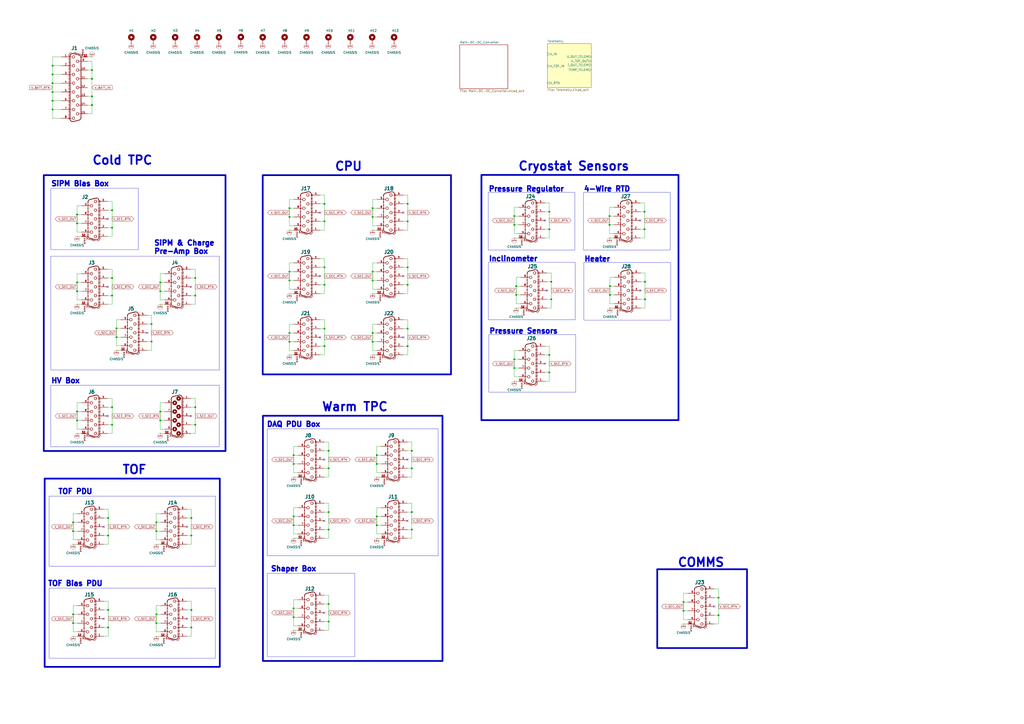
<source format=kicad_sch>
(kicad_sch (version 20250114) (generator "eeschema") (generator_version "9.0")
  (paper "A2")
  (lib_symbols
    (symbol "MSAG_Misc:CHASSIS" (power) (pin_names (offset 0))
      (property "Value" "CHASSIS" (at 0 -3.302 0))
      (symbol "CHASSIS_1_1"
        (pin power_in line (at 0 0 270) (length 0) (hide yes) (name "CHASSIS") (number "1"))
      )
    )
    (symbol "Mechanical:MountingHole_Pad" (pin_numbers (hide yes)) (pin_names (offset 1.016) (hide yes)) (exclude_from_sim yes) (in_bom no)
      (property "Reference" "H" (at 0 6.35 0))
      (property "Value" "MountingHole_Pad" (at 0 4.445 0))
      (symbol "MountingHole_Pad_1_1"
        (pin input line (at 0 -2.54 90) (length 2.54) (name "1") (number "1"))
      )
    )
    (symbol "Wurth_Elektronik:6180XX231121_618009231121" (pin_names (offset 1.016))
      (property "Reference" "J" (at 13.78 1.66 0))
      (symbol "6180XX231121_618009231121_0_0"
        (text "shield" (at 10.9 -5.32 0) (effects (font (size 0.8128 0.8128)) (justify left bottom)))
        (pin bidirectional line (at -10.16 7.62 270) (length 5.08) (name "~") (number "5"))
        (pin bidirectional line (at -7.62 -7.62 90) (length 5.08) (name "~") (number "9"))
        (pin bidirectional line (at -5.08 7.62 270) (length 5.08) (name "~") (number "4"))
        (pin bidirectional line (at -2.54 -7.62 90) (length 5.08) (name "~") (number "8"))
        (pin bidirectional line (at 0 7.62 270) (length 5.08) (name "~") (number "3"))
        (pin bidirectional line (at 2.54 -7.62 90) (length 5.08) (name "~") (number "7"))
        (pin bidirectional line (at 5.08 7.62 270) (length 5.08) (name "~") (number "2"))
        (pin bidirectional line (at 7.62 -7.62 90) (length 5.08) (name "~") (number "6"))
        (pin bidirectional line (at 10.16 7.62 270) (length 5.08) (name "~") (number "1"))
        (pin bidirectional line (at 10.16 -7.62 90) (length 2.54) (name "~") (number "S1"))
        (pin bidirectional line (at 10.16 -7.62 90) (length 2.54) (name "~") (number "S2"))
      )
    )
    (symbol "Wurth_Elektronik:6180XX231121_618015231121" (pin_names (offset 1.016))
      (property "Reference" "J" (at 21.4 1.66 0))
      (symbol "6180XX231121_618015231121_0_0"
        (text "shield" (at 18.52 -5.32 0) (effects (font (size 0.8128 0.8128)) (justify left bottom)))
        (pin bidirectional line (at -17.78 7.62 270) (length 5.08) (name "~") (number "8"))
        (pin bidirectional line (at -15.24 -7.62 90) (length 5.08) (name "~") (number "15"))
        (pin bidirectional line (at -12.7 7.62 270) (length 5.08) (name "~") (number "7"))
        (pin bidirectional line (at -10.16 -7.62 90) (length 5.08) (name "~") (number "14"))
        (pin bidirectional line (at -7.62 7.62 270) (length 5.08) (name "~") (number "6"))
        (pin bidirectional line (at -5.08 -7.62 90) (length 5.08) (name "~") (number "13"))
        (pin bidirectional line (at -2.54 7.62 270) (length 5.08) (name "~") (number "5"))
        (pin bidirectional line (at 0 -7.62 90) (length 5.08) (name "~") (number "12"))
        (pin bidirectional line (at 2.54 7.62 270) (length 5.08) (name "~") (number "4"))
        (pin bidirectional line (at 5.08 -7.62 90) (length 5.08) (name "~") (number "11"))
        (pin bidirectional line (at 7.62 7.62 270) (length 5.08) (name "~") (number "3"))
        (pin bidirectional line (at 10.16 -7.62 90) (length 5.08) (name "~") (number "10"))
        (pin bidirectional line (at 12.7 7.62 270) (length 5.08) (name "~") (number "2"))
        (pin bidirectional line (at 15.24 -7.62 90) (length 5.08) (name "~") (number "9"))
        (pin bidirectional line (at 17.78 7.62 270) (length 5.08) (name "~") (number "1"))
        (pin bidirectional line (at 17.78 -7.62 90) (length 2.54) (name "~") (number "S1"))
        (pin bidirectional line (at 17.78 -7.62 90) (length 2.54) (name "~") (number "S2"))
      )
    )
    (symbol "Wurth_Elektronik:6180XX231221_618009231221" (pin_names (offset 1.016))
      (property "Reference" "J" (at 13.78 1.66 0))
      (symbol "6180XX231221_618009231221_0_0"
        (text "shield" (at 10.9 -5.32 0) (effects (font (size 0.8128 0.8128)) (justify left bottom)))
        (pin bidirectional line (at -10.16 7.62 270) (length 5.08) (name "~") (number "1"))
        (pin bidirectional line (at -7.62 -7.62 90) (length 5.08) (name "~") (number "6"))
        (pin bidirectional line (at -5.08 7.62 270) (length 5.08) (name "~") (number "2"))
        (pin bidirectional line (at -2.54 -7.62 90) (length 5.08) (name "~") (number "7"))
        (pin bidirectional line (at 0 7.62 270) (length 5.08) (name "~") (number "3"))
        (pin bidirectional line (at 2.54 -7.62 90) (length 5.08) (name "~") (number "8"))
        (pin bidirectional line (at 5.08 7.62 270) (length 5.08) (name "~") (number "4"))
        (pin bidirectional line (at 7.62 -7.62 90) (length 5.08) (name "~") (number "9"))
        (pin bidirectional line (at 10.16 7.62 270) (length 5.08) (name "~") (number "5"))
        (pin bidirectional line (at 10.16 -7.62 90) (length 2.54) (name "~") (number "S1"))
        (pin bidirectional line (at 10.16 -7.62 90) (length 2.54) (name "~") (number "S2"))
      )
    )
  )
  (rectangle (start 381.254 330.2) (end 433.324 375.92) (stroke (width 1)))
  (rectangle (start 28.448 341.122) (end 124.968 381.762))
  (rectangle (start 152.527 241.173) (end 256.667 383.413) (stroke (width 1)))
  (rectangle (start 155.067 332.613) (end 205.867 380.873))
  (rectangle (start 29.464 148.59) (end 127.254 214.63))
  (rectangle (start 279.273 101.473) (end 393.573 243.713) (stroke (width 1)))
  (rectangle (start 29.464 109.22) (end 80.264 144.78))
  (rectangle (start 152.4 101.6) (end 261.62 217.17) (stroke (width 1)))
  (rectangle (start 338.709 152.273) (end 389.001 185.674))
  (rectangle (start 28.448 287.782) (end 124.968 328.422))
  (rectangle (start 155.067 248.793) (end 254.127 322.453))
  (rectangle (start 25.908 277.622) (end 127.508 386.842) (stroke (width 1)))
  (rectangle (start 283.21 111.633) (end 333.502 145.034))
  (rectangle (start 283.591 194.056) (end 333.883 227.457))
  (rectangle (start 338.455 111.633) (end 388.747 145.034))
  (rectangle (start 29.464 223.52) (end 127.254 259.08))
  (rectangle (start 283.337 152.146) (end 333.629 185.547))
  (rectangle (start 25.4 101.6) (end 130.81 261.62) (stroke (width 1)))
  (text "Pressure Regulator" (at 283.21 109.728 0) (effects (font (size 3 3) (thickness 1) (bold yes)) (justify left)))
  (text "Pressure Sensors" (at 283.591 192.151 0) (effects (font (size 3 3) (thickness 1) (bold yes)) (justify left)))
  (text "CPU" (at 202.184 96.647 0) (effects (font (size 5 5) (thickness 1) (bold yes))))
  (text "TOF Bias PDU" (at 43.688 338.582 0) (effects (font (size 3 3) (thickness 1) (bold yes))))
  (text "HV Box" (at 29.464 220.98 0) (effects (font (size 3 3) (thickness 1) (bold yes)) (justify left)))
  (text "SiPM Bias Box" (at 29.464 106.68 0) (effects (font (size 3 3) (thickness 1) (bold yes)) (justify left)))
  (text "COMMS" (at 406.654 326.39 0) (effects (font (size 5 5) (thickness 1) (bold yes))))
  (text "Cryostat Sensors" (at 332.867 96.52 0) (effects (font (size 5 5) (thickness 1) (bold yes))))
  (text "DAQ PDU Box" (at 170.307 246.253 0) (effects (font (size 3 3) (thickness 1) (bold yes))))
  (text "Shaper Box" (at 170.307 330.073 0) (effects (font (size 3 3) (thickness 1) (bold yes))))
  (text "SiPM & Charge \nPre-Amp Box" (at 89.154 143.51 0) (effects (font (size 3 3) (thickness 1) (bold yes)) (justify left)))
  (text "TOF PDU" (at 43.688 285.242 0) (effects (font (size 3 3) (thickness 1) (bold yes))))
  (text "TOF" (at 77.978 272.542 0) (effects (font (size 5 5) (thickness 1) (bold yes))))
  (text "Warm TPC" (at 205.867 236.093 0) (effects (font (size 5 5) (thickness 1) (bold yes))))
  (text "4-Wire RTD" (at 338.455 109.728 0) (effects (font (size 3 3) (thickness 1) (bold yes)) (justify left)))
  (text "Inclinometer" (at 283.337 150.241 0) (effects (font (size 3 3) (thickness 1) (bold yes)) (justify left)))
  (text "Heater" (at 338.709 150.368 0) (effects (font (size 3 3) (thickness 1) (bold yes)) (justify left)))
  (text "Cold TPC" (at 70.993 93.091 0) (effects (font (size 5 5) (thickness 1) (bold yes))))
  (junction (at 90.678 308.102))
  (junction (at 170.307 264.033))
  (junction (at 62.738 363.982))
  (junction (at 53.34 55.88))
  (junction (at 113.284 171.45))
  (junction (at 42.418 356.362))
  (junction (at 30.48 63.5))
  (junction (at 236.474 190.627))
  (junction (at 113.284 236.22))
  (junction (at 167.894 193.167))
  (junction (at 190.627 360.553))
  (junction (at 190.627 350.393))
  (junction (at 188.214 118.237))
  (junction (at 67.564 190.5))
  (junction (at 188.214 200.787))
  (junction (at 319.786 173.609))
  (junction (at 396.494 349.25))
  (junction (at 190.627 261.493))
  (junction (at 353.822 171.069))
  (junction (at 62.738 310.642))
  (junction (at 110.998 363.982))
  (junction (at 44.704 168.91))
  (junction (at 238.887 261.493))
  (junction (at 65.024 121.92))
  (junction (at 30.48 38.1))
  (junction (at 53.34 40.64))
  (junction (at 396.494 354.33))
  (junction (at 30.48 48.26))
  (junction (at 87.884 187.96))
  (junction (at 167.894 120.777))
  (junction (at 188.214 128.397))
  (junction (at 44.704 163.83))
  (junction (at 170.307 269.113))
  (junction (at 416.814 356.87))
  (junction (at 44.704 238.76))
  (junction (at 44.704 124.46))
  (junction (at 238.887 297.053))
  (junction (at 190.627 271.653))
  (junction (at 236.474 118.237))
  (junction (at 373.888 132.969))
  (junction (at 53.34 45.72))
  (junction (at 236.474 200.787))
  (junction (at 318.643 132.969))
  (junction (at 170.307 304.673))
  (junction (at 110.998 310.642))
  (junction (at 216.154 162.687))
  (junction (at 218.567 269.113))
  (junction (at 188.214 190.627))
  (junction (at 353.568 125.349))
  (junction (at 65.024 171.45))
  (junction (at 218.567 299.593))
  (junction (at 167.894 125.857))
  (junction (at 236.474 155.067))
  (junction (at 67.564 195.58))
  (junction (at 42.418 303.022))
  (junction (at 218.567 304.673))
  (junction (at 218.567 264.033))
  (junction (at 92.964 163.83))
  (junction (at 44.704 129.54))
  (junction (at 353.822 165.989))
  (junction (at 53.34 60.96))
  (junction (at 65.024 246.38))
  (junction (at 30.48 58.42))
  (junction (at 298.323 208.407))
  (junction (at 170.307 358.013))
  (junction (at 167.894 157.607))
  (junction (at 90.678 303.022))
  (junction (at 238.887 307.213))
  (junction (at 30.48 43.18))
  (junction (at 373.888 122.809))
  (junction (at 374.142 173.609))
  (junction (at 170.307 299.593))
  (junction (at 188.214 155.067))
  (junction (at 299.466 165.989))
  (junction (at 44.704 243.84))
  (junction (at 216.154 120.777))
  (junction (at 318.643 122.809))
  (junction (at 190.627 297.053))
  (junction (at 216.154 193.167))
  (junction (at 62.738 300.482))
  (junction (at 92.964 168.91))
  (junction (at 298.323 213.487))
  (junction (at 87.884 198.12))
  (junction (at 188.214 165.227))
  (junction (at 65.024 236.22))
  (junction (at 110.998 300.482))
  (junction (at 167.894 198.247))
  (junction (at 238.887 271.653))
  (junction (at 167.894 162.687))
  (junction (at 216.154 157.607))
  (junction (at 170.307 352.933))
  (junction (at 236.474 128.397))
  (junction (at 216.154 198.247))
  (junction (at 42.418 361.442))
  (junction (at 62.738 353.822))
  (junction (at 190.627 307.213))
  (junction (at 299.466 171.069))
  (junction (at 236.474 165.227))
  (junction (at 374.142 163.449))
  (junction (at 298.323 125.349))
  (junction (at 319.786 163.449))
  (junction (at 416.814 346.71))
  (junction (at 353.568 130.429))
  (junction (at 30.48 53.34))
  (junction (at 113.284 161.29))
  (junction (at 65.024 132.08))
  (junction (at 92.964 243.84))
  (junction (at 113.284 246.38))
  (junction (at 318.643 216.027))
  (junction (at 318.643 205.867))
  (junction (at 110.998 353.822))
  (junction (at 92.964 238.76))
  (junction (at 42.418 308.102))
  (junction (at 298.323 130.429))
  (junction (at 90.678 356.362))
  (junction (at 65.024 161.29))
  (junction (at 90.678 361.442))
  (junction (at 216.154 125.857))
  (no_connect (at 188.087 266.573))
  (no_connect (at 60.198 358.902))
  (no_connect (at 85.344 193.04))
  (no_connect (at 317.246 168.529))
  (no_connect (at 233.934 160.147))
  (no_connect (at 185.674 123.317))
  (no_connect (at 236.347 266.573))
  (no_connect (at 62.484 166.37))
  (no_connect (at 371.602 168.529))
  (no_connect (at 188.087 302.133))
  (no_connect (at 414.274 351.79))
  (no_connect (at 60.198 305.562))
  (no_connect (at 236.347 302.133))
  (no_connect (at 233.934 123.317))
  (no_connect (at 185.674 195.707))
  (no_connect (at 371.348 127.889))
  (no_connect (at 185.674 160.147))
  (no_connect (at 110.744 166.37))
  (no_connect (at 188.087 355.473))
  (no_connect (at 233.934 195.707))
  (no_connect (at 316.103 210.947))
  (no_connect (at 62.484 241.3))
  (no_connect (at 316.103 127.889))
  (no_connect (at 108.458 305.562))
  (no_connect (at 110.744 241.3))
  (no_connect (at 108.458 358.902))
  (no_connect (at 62.484 127))
  (wire (pts (xy 110.744 156.21) (xy 113.284 156.21)))
  (wire (pts (xy 185.674 118.237) (xy 188.214 118.237)))
  (wire (pts (xy 298.323 130.429) (xy 300.863 130.429)))
  (wire (pts (xy 319.786 173.609) (xy 319.786 178.689)))
  (wire (pts (xy 236.474 128.397) (xy 236.474 133.477)))
  (wire (pts (xy 108.458 363.982) (xy 110.998 363.982)))
  (wire (pts (xy 50.8 55.88) (xy 53.34 55.88)))
  (wire (pts (xy 216.154 157.607) (xy 218.694 157.607)))
  (wire (pts (xy 167.894 162.687) (xy 167.894 167.767)))
  (wire (pts (xy 185.674 165.227) (xy 188.214 165.227)))
  (wire (pts (xy 238.887 297.053) (xy 238.887 307.213)))
  (wire (pts (xy 42.418 297.942) (xy 42.418 303.022)))
  (wire (pts (xy 42.418 366.522) (xy 44.958 366.522)))
  (wire (pts (xy 416.814 341.63) (xy 416.814 346.71)))
  (wire (pts (xy 92.964 163.83) (xy 92.964 168.91)))
  (wire (pts (xy 167.894 120.777) (xy 170.434 120.777)))
  (wire (pts (xy 318.643 216.027) (xy 318.643 221.107)))
  (wire (pts (xy 188.214 128.397) (xy 188.214 133.477)))
  (wire (pts (xy 353.822 165.989) (xy 356.362 165.989)))
  (wire (pts (xy 65.024 161.29) (xy 65.024 171.45)))
  (wire (pts (xy 236.474 113.157) (xy 236.474 118.237)))
  (wire (pts (xy 67.564 195.58) (xy 70.104 195.58)))
  (wire (pts (xy 216.154 157.607) (xy 216.154 162.687)))
  (wire (pts (xy 62.738 295.402) (xy 62.738 300.482)))
  (wire (pts (xy 188.087 297.053) (xy 190.627 297.053)))
  (wire (pts (xy 353.568 130.429) (xy 356.108 130.429)))
  (wire (pts (xy 42.418 356.362) (xy 42.418 361.442)))
  (wire (pts (xy 236.347 256.413) (xy 238.887 256.413)))
  (wire (pts (xy 416.814 346.71) (xy 416.814 356.87)))
  (wire (pts (xy 236.474 165.227) (xy 236.474 170.307)))
  (wire (pts (xy 238.887 261.493) (xy 238.887 271.653)))
  (wire (pts (xy 85.344 198.12) (xy 87.884 198.12)))
  (wire (pts (xy 356.108 120.269) (xy 353.568 120.269)))
  (wire (pts (xy 236.474 205.867) (xy 233.934 205.867)))
  (wire (pts (xy 236.474 190.627) (xy 236.474 200.787)))
  (wire (pts (xy 67.564 185.42) (xy 67.564 190.5)))
  (wire (pts (xy 90.678 308.102) (xy 90.678 313.182)))
  (wire (pts (xy 47.244 119.38) (xy 44.704 119.38)))
  (wire (pts (xy 170.307 352.933) (xy 172.847 352.933)))
  (wire (pts (xy 218.694 115.697) (xy 216.154 115.697)))
  (wire (pts (xy 371.602 163.449) (xy 374.142 163.449)))
  (wire (pts (xy 316.103 122.809) (xy 318.643 122.809)))
  (wire (pts (xy 47.244 251.46) (xy 44.704 251.46)))
  (wire (pts (xy 371.602 173.609) (xy 374.142 173.609)))
  (wire (pts (xy 60.198 295.402) (xy 62.738 295.402)))
  (wire (pts (xy 190.627 291.973) (xy 190.627 297.053)))
  (wire (pts (xy 110.998 315.722) (xy 108.458 315.722)))
  (wire (pts (xy 30.48 43.18) (xy 35.56 43.18)))
  (wire (pts (xy 190.627 345.313) (xy 190.627 350.393)))
  (wire (pts (xy 188.214 149.987) (xy 188.214 155.067)))
  (wire (pts (xy 414.274 341.63) (xy 416.814 341.63)))
  (wire (pts (xy 218.567 264.033) (xy 218.567 269.113)))
  (wire (pts (xy 95.504 158.75) (xy 92.964 158.75)))
  (wire (pts (xy 170.307 309.753) (xy 172.847 309.753)))
  (wire (pts (xy 167.894 193.167) (xy 170.434 193.167)))
  (wire (pts (xy 218.694 170.307) (xy 216.154 170.307)))
  (wire (pts (xy 42.418 308.102) (xy 42.418 313.182)))
  (wire (pts (xy 67.564 200.66) (xy 70.104 200.66)))
  (wire (pts (xy 44.704 124.46) (xy 44.704 129.54)))
  (wire (pts (xy 170.307 269.113) (xy 170.307 274.193)))
  (wire (pts (xy 47.244 137.16) (xy 44.704 137.16)))
  (wire (pts (xy 414.274 356.87) (xy 416.814 356.87)))
  (wire (pts (xy 92.964 233.68) (xy 95.504 233.68)))
  (wire (pts (xy 299.466 165.989) (xy 302.006 165.989)))
  (wire (pts (xy 170.307 363.093) (xy 172.847 363.093)))
  (wire (pts (xy 44.704 163.83) (xy 47.244 163.83)))
  (wire (pts (xy 218.567 299.593) (xy 218.567 304.673)))
  (wire (pts (xy 172.847 312.293) (xy 170.307 312.293)))
  (wire (pts (xy 44.958 315.722) (xy 42.418 315.722)))
  (wire (pts (xy 167.894 115.697) (xy 167.894 120.777)))
  (wire (pts (xy 108.458 348.742) (xy 110.998 348.742)))
  (wire (pts (xy 218.567 269.113) (xy 218.567 274.193)))
  (wire (pts (xy 188.087 271.653) (xy 190.627 271.653)))
  (wire (pts (xy 90.678 351.282) (xy 90.678 356.362)))
  (wire (pts (xy 396.494 359.41) (xy 399.034 359.41)))
  (wire (pts (xy 353.568 130.429) (xy 353.568 135.509)))
  (wire (pts (xy 353.822 160.909) (xy 353.822 165.989)))
  (wire (pts (xy 113.284 176.53) (xy 110.744 176.53)))
  (wire (pts (xy 218.567 258.953) (xy 218.567 264.033)))
  (wire (pts (xy 30.48 43.18) (xy 30.48 38.1)))
  (wire (pts (xy 50.8 45.72) (xy 53.34 45.72)))
  (wire (pts (xy 353.822 171.069) (xy 356.362 171.069)))
  (wire (pts (xy 233.934 149.987) (xy 236.474 149.987)))
  (wire (pts (xy 353.568 125.349) (xy 356.108 125.349)))
  (wire (pts (xy 167.894 130.937) (xy 170.434 130.937)))
  (wire (pts (xy 65.024 116.84) (xy 65.024 121.92)))
  (wire (pts (xy 236.347 297.053) (xy 238.887 297.053)))
  (wire (pts (xy 44.704 129.54) (xy 44.704 134.62)))
  (wire (pts (xy 216.154 188.087) (xy 216.154 193.167)))
  (wire (pts (xy 62.484 161.29) (xy 65.024 161.29)))
  (wire (pts (xy 238.887 276.733) (xy 236.347 276.733)))
  (wire (pts (xy 188.087 291.973) (xy 190.627 291.973)))
  (wire (pts (xy 50.8 60.96) (xy 53.34 60.96)))
  (wire (pts (xy 356.108 138.049) (xy 353.568 138.049)))
  (wire (pts (xy 190.627 312.293) (xy 188.087 312.293)))
  (wire (pts (xy 53.34 40.64) (xy 53.34 45.72)))
  (wire (pts (xy 185.674 190.627) (xy 188.214 190.627)))
  (wire (pts (xy 170.307 299.593) (xy 172.847 299.593)))
  (wire (pts (xy 30.48 63.5) (xy 30.48 58.42)))
  (wire (pts (xy 70.104 185.42) (xy 67.564 185.42)))
  (wire (pts (xy 298.323 130.429) (xy 298.323 135.509)))
  (wire (pts (xy 167.894 152.527) (xy 167.894 157.607)))
  (wire (pts (xy 221.107 258.953) (xy 218.567 258.953)))
  (wire (pts (xy 44.958 351.282) (xy 42.418 351.282)))
  (wire (pts (xy 44.958 297.942) (xy 42.418 297.942)))
  (wire (pts (xy 221.107 312.293) (xy 218.567 312.293)))
  (wire (pts (xy 167.894 193.167) (xy 167.894 198.247)))
  (wire (pts (xy 218.694 205.867) (xy 216.154 205.867)))
  (wire (pts (xy 44.704 158.75) (xy 44.704 163.83)))
  (wire (pts (xy 317.246 173.609) (xy 319.786 173.609)))
  (wire (pts (xy 299.466 165.989) (xy 299.466 171.069)))
  (wire (pts (xy 42.418 356.362) (xy 44.958 356.362)))
  (wire (pts (xy 44.704 233.68) (xy 44.704 238.76)))
  (wire (pts (xy 62.484 116.84) (xy 65.024 116.84)))
  (wire (pts (xy 371.348 122.809) (xy 373.888 122.809)))
  (wire (pts (xy 190.627 365.633) (xy 188.087 365.633)))
  (wire (pts (xy 30.48 53.34) (xy 35.56 53.34)))
  (wire (pts (xy 113.284 251.46) (xy 110.744 251.46)))
  (wire (pts (xy 170.307 358.013) (xy 172.847 358.013)))
  (wire (pts (xy 396.494 354.33) (xy 396.494 359.41)))
  (wire (pts (xy 316.103 200.787) (xy 318.643 200.787)))
  (wire (pts (xy 238.887 256.413) (xy 238.887 261.493)))
  (wire (pts (xy 396.494 349.25) (xy 396.494 354.33)))
  (wire (pts (xy 110.744 246.38) (xy 113.284 246.38)))
  (wire (pts (xy 85.344 187.96) (xy 87.884 187.96)))
  (wire (pts (xy 42.418 361.442) (xy 42.418 366.522)))
  (wire (pts (xy 236.474 133.477) (xy 233.934 133.477)))
  (wire (pts (xy 399.034 344.17) (xy 396.494 344.17)))
  (wire (pts (xy 188.214 118.237) (xy 188.214 128.397)))
  (wire (pts (xy 110.998 310.642) (xy 110.998 315.722)))
  (wire (pts (xy 113.284 156.21) (xy 113.284 161.29)))
  (wire (pts (xy 30.48 68.58) (xy 30.48 63.5)))
  (wire (pts (xy 60.198 348.742) (xy 62.738 348.742)))
  (wire (pts (xy 170.434 152.527) (xy 167.894 152.527)))
  (wire (pts (xy 44.704 134.62) (xy 47.244 134.62)))
  (wire (pts (xy 170.434 188.087) (xy 167.894 188.087)))
  (wire (pts (xy 108.458 353.822) (xy 110.998 353.822)))
  (wire (pts (xy 170.307 358.013) (xy 170.307 363.093)))
  (wire (pts (xy 67.564 195.58) (xy 67.564 200.66)))
  (wire (pts (xy 233.934 185.547) (xy 236.474 185.547)))
  (wire (pts (xy 92.964 163.83) (xy 95.504 163.83)))
  (wire (pts (xy 236.474 185.547) (xy 236.474 190.627)))
  (wire (pts (xy 236.347 261.493) (xy 238.887 261.493)))
  (wire (pts (xy 185.674 200.787) (xy 188.214 200.787)))
  (wire (pts (xy 35.56 68.58) (xy 30.48 68.58)))
  (wire (pts (xy 318.643 117.729) (xy 318.643 122.809)))
  (wire (pts (xy 62.738 310.642) (xy 62.738 315.722)))
  (wire (pts (xy 44.704 124.46) (xy 47.244 124.46)))
  (wire (pts (xy 44.704 243.84) (xy 44.704 248.92)))
  (wire (pts (xy 316.103 205.867) (xy 318.643 205.867)))
  (wire (pts (xy 218.567 299.593) (xy 221.107 299.593)))
  (wire (pts (xy 218.567 304.673) (xy 218.567 309.753)))
  (wire (pts (xy 92.964 251.46) (xy 95.504 251.46)))
  (wire (pts (xy 238.887 307.213) (xy 238.887 312.293)))
  (wire (pts (xy 92.964 168.91) (xy 95.504 168.91)))
  (wire (pts (xy 167.894 157.607) (xy 167.894 162.687)))
  (wire (pts (xy 218.567 274.193) (xy 221.107 274.193)))
  (wire (pts (xy 170.434 170.307) (xy 167.894 170.307)))
  (wire (pts (xy 90.678 356.362) (xy 93.218 356.362)))
  (wire (pts (xy 185.674 128.397) (xy 188.214 128.397)))
  (wire (pts (xy 299.466 160.909) (xy 299.466 165.989)))
  (wire (pts (xy 44.704 119.38) (xy 44.704 124.46)))
  (wire (pts (xy 298.323 208.407) (xy 298.323 213.487)))
  (wire (pts (xy 50.8 40.64) (xy 53.34 40.64)))
  (wire (pts (xy 170.307 304.673) (xy 172.847 304.673)))
  (wire (pts (xy 218.567 304.673) (xy 221.107 304.673)))
  (wire (pts (xy 236.474 170.307) (xy 233.934 170.307)))
  (wire (pts (xy 110.744 171.45) (xy 113.284 171.45)))
  (wire (pts (xy 167.894 167.767) (xy 170.434 167.767)))
  (wire (pts (xy 218.567 264.033) (xy 221.107 264.033)))
  (wire (pts (xy 299.466 171.069) (xy 302.006 171.069)))
  (wire (pts (xy 113.284 161.29) (xy 113.284 171.45)))
  (wire (pts (xy 236.347 307.213) (xy 238.887 307.213)))
  (wire (pts (xy 87.884 198.12) (xy 87.884 203.2)))
  (wire (pts (xy 236.474 155.067) (xy 236.474 165.227)))
  (wire (pts (xy 353.568 135.509) (xy 356.108 135.509)))
  (wire (pts (xy 62.484 231.14) (xy 65.024 231.14)))
  (wire (pts (xy 42.418 351.282) (xy 42.418 356.362)))
  (wire (pts (xy 62.738 348.742) (xy 62.738 353.822)))
  (wire (pts (xy 44.704 243.84) (xy 47.244 243.84)))
  (wire (pts (xy 47.244 233.68) (xy 44.704 233.68)))
  (wire (pts (xy 299.466 171.069) (xy 299.466 176.149)))
  (wire (pts (xy 353.822 165.989) (xy 353.822 171.069)))
  (wire (pts (xy 238.887 291.973) (xy 238.887 297.053)))
  (wire (pts (xy 110.998 300.482) (xy 110.998 310.642)))
  (wire (pts (xy 90.678 366.522) (xy 93.218 366.522)))
  (wire (pts (xy 371.602 158.369) (xy 374.142 158.369)))
  (wire (pts (xy 44.704 168.91) (xy 47.244 168.91)))
  (wire (pts (xy 42.418 303.022) (xy 44.958 303.022)))
  (wire (pts (xy 298.323 125.349) (xy 300.863 125.349)))
  (wire (pts (xy 90.678 361.442) (xy 90.678 366.522)))
  (wire (pts (xy 218.567 309.753) (xy 221.107 309.753)))
  (wire (pts (xy 190.627 271.653) (xy 190.627 276.733)))
  (wire (pts (xy 216.154 203.327) (xy 218.694 203.327)))
  (wire (pts (xy 30.48 58.42) (xy 35.56 58.42)))
  (wire (pts (xy 30.48 58.42) (xy 30.48 53.34)))
  (wire (pts (xy 85.344 182.88) (xy 87.884 182.88)))
  (wire (pts (xy 170.307 269.113) (xy 172.847 269.113)))
  (wire (pts (xy 396.494 354.33) (xy 399.034 354.33)))
  (wire (pts (xy 65.024 156.21) (xy 65.024 161.29)))
  (wire (pts (xy 317.246 158.369) (xy 319.786 158.369)))
  (wire (pts (xy 236.347 271.653) (xy 238.887 271.653)))
  (wire (pts (xy 44.704 248.92) (xy 47.244 248.92)))
  (wire (pts (xy 62.484 156.21) (xy 65.024 156.21)))
  (wire (pts (xy 95.504 238.76) (xy 92.964 238.76)))
  (wire (pts (xy 62.738 363.982) (xy 62.738 369.062)))
  (wire (pts (xy 236.347 291.973) (xy 238.887 291.973)))
  (wire (pts (xy 216.154 193.167) (xy 218.694 193.167)))
  (wire (pts (xy 190.627 360.553) (xy 190.627 365.633)))
  (wire (pts (xy 53.34 45.72) (xy 53.34 55.88)))
  (wire (pts (xy 170.434 115.697) (xy 167.894 115.697)))
  (wire (pts (xy 172.847 258.953) (xy 170.307 258.953)))
  (wire (pts (xy 188.214 205.867) (xy 185.674 205.867)))
  (wire (pts (xy 188.214 185.547) (xy 188.214 190.627)))
  (wire (pts (xy 317.246 163.449) (xy 319.786 163.449)))
  (wire (pts (xy 167.894 162.687) (xy 170.434 162.687)))
  (wire (pts (xy 371.348 132.969) (xy 373.888 132.969)))
  (wire (pts (xy 167.894 198.247) (xy 170.434 198.247)))
  (wire (pts (xy 93.218 369.062) (xy 90.678 369.062)))
  (wire (pts (xy 93.218 297.942) (xy 90.678 297.942)))
  (wire (pts (xy 93.218 351.282) (xy 90.678 351.282)))
  (wire (pts (xy 170.434 133.477) (xy 167.894 133.477)))
  (wire (pts (xy 170.307 264.033) (xy 170.307 269.113)))
  (wire (pts (xy 218.567 269.113) (xy 221.107 269.113)))
  (wire (pts (xy 414.274 346.71) (xy 416.814 346.71)))
  (wire (pts (xy 170.307 274.193) (xy 172.847 274.193)))
  (wire (pts (xy 62.738 369.062) (xy 60.198 369.062)))
  (wire (pts (xy 62.484 246.38) (xy 65.024 246.38)))
  (wire (pts (xy 216.154 162.687) (xy 218.694 162.687)))
  (wire (pts (xy 92.964 238.76) (xy 92.964 233.68)))
  (wire (pts (xy 42.418 361.442) (xy 44.958 361.442)))
  (wire (pts (xy 188.214 133.477) (xy 185.674 133.477)))
  (wire (pts (xy 167.894 125.857) (xy 170.434 125.857)))
  (wire (pts (xy 188.087 256.413) (xy 190.627 256.413)))
  (wire (pts (xy 87.884 187.96) (xy 87.884 198.12)))
  (wire (pts (xy 319.786 163.449) (xy 319.786 173.609)))
  (wire (pts (xy 65.024 171.45) (xy 65.024 176.53)))
  (wire (pts (xy 216.154 198.247) (xy 218.694 198.247)))
  (wire (pts (xy 47.244 158.75) (xy 44.704 158.75)))
  (wire (pts (xy 62.484 171.45) (xy 65.024 171.45)))
  (wire (pts (xy 298.323 135.509) (xy 300.863 135.509)))
  (wire (pts (xy 188.087 261.493) (xy 190.627 261.493)))
  (wire (pts (xy 233.934 190.627) (xy 236.474 190.627)))
  (wire (pts (xy 108.458 300.482) (xy 110.998 300.482)))
  (wire (pts (xy 167.894 120.777) (xy 167.894 125.857)))
  (wire (pts (xy 113.284 171.45) (xy 113.284 176.53)))
  (wire (pts (xy 30.48 63.5) (xy 35.56 63.5)))
  (wire (pts (xy 300.863 203.327) (xy 298.323 203.327)))
  (wire (pts (xy 233.934 165.227) (xy 236.474 165.227)))
  (wire (pts (xy 87.884 203.2) (xy 85.344 203.2)))
  (wire (pts (xy 353.568 120.269) (xy 353.568 125.349)))
  (wire (pts (xy 218.694 133.477) (xy 216.154 133.477)))
  (wire (pts (xy 90.678 361.442) (xy 93.218 361.442)))
  (wire (pts (xy 216.154 167.767) (xy 218.694 167.767)))
  (wire (pts (xy 60.198 353.822) (xy 62.738 353.822)))
  (wire (pts (xy 90.678 356.362) (xy 90.678 361.442)))
  (wire (pts (xy 93.218 315.722) (xy 90.678 315.722)))
  (wire (pts (xy 298.323 125.349) (xy 298.323 130.429)))
  (wire (pts (xy 416.814 361.95) (xy 414.274 361.95)))
  (wire (pts (xy 92.964 243.84) (xy 95.504 243.84)))
  (wire (pts (xy 236.474 118.237) (xy 236.474 128.397)))
  (wire (pts (xy 65.024 231.14) (xy 65.024 236.22)))
  (wire (pts (xy 90.678 308.102) (xy 93.218 308.102)))
  (wire (pts (xy 188.214 170.307) (xy 185.674 170.307)))
  (wire (pts (xy 30.48 48.26) (xy 30.48 43.18)))
  (wire (pts (xy 216.154 162.687) (xy 216.154 167.767)))
  (wire (pts (xy 299.466 176.149) (xy 302.006 176.149)))
  (wire (pts (xy 170.307 264.033) (xy 172.847 264.033)))
  (wire (pts (xy 319.786 178.689) (xy 317.246 178.689)))
  (wire (pts (xy 236.474 200.787) (xy 236.474 205.867)))
  (wire (pts (xy 53.34 35.56) (xy 53.34 40.64)))
  (wire (pts (xy 30.48 33.02) (xy 35.56 33.02)))
  (wire (pts (xy 62.738 353.822) (xy 62.738 363.982)))
  (wire (pts (xy 373.888 132.969) (xy 373.888 138.049)))
  (wire (pts (xy 110.998 295.402) (xy 110.998 300.482)))
  (wire (pts (xy 298.323 218.567) (xy 300.863 218.567)))
  (wire (pts (xy 170.307 294.513) (xy 170.307 299.593)))
  (wire (pts (xy 300.863 138.049) (xy 298.323 138.049)))
  (wire (pts (xy 302.006 178.689) (xy 299.466 178.689)))
  (wire (pts (xy 374.142 173.609) (xy 374.142 178.689)))
  (wire (pts (xy 190.627 297.053) (xy 190.627 307.213)))
  (wire (pts (xy 185.674 149.987) (xy 188.214 149.987)))
  (wire (pts (xy 65.024 121.92) (xy 65.024 132.08)))
  (wire (pts (xy 373.888 122.809) (xy 373.888 132.969)))
  (wire (pts (xy 110.744 236.22) (xy 113.284 236.22)))
  (wire (pts (xy 90.678 297.942) (xy 90.678 303.022)))
  (wire (pts (xy 50.8 33.02) (xy 53.34 33.02)))
  (wire (pts (xy 170.307 299.593) (xy 170.307 304.673)))
  (wire (pts (xy 353.822 176.149) (xy 356.362 176.149)))
  (wire (pts (xy 188.214 200.787) (xy 188.214 205.867)))
  (wire (pts (xy 67.564 190.5) (xy 70.104 190.5)))
  (wire (pts (xy 53.34 60.96) (xy 53.34 55.88)))
  (wire (pts (xy 172.847 347.853) (xy 170.307 347.853)))
  (wire (pts (xy 298.323 208.407) (xy 300.863 208.407)))
  (wire (pts (xy 65.024 251.46) (xy 62.484 251.46)))
  (wire (pts (xy 90.678 313.182) (xy 93.218 313.182)))
  (wire (pts (xy 298.323 120.269) (xy 298.323 125.349)))
  (wire (pts (xy 218.567 294.513) (xy 218.567 299.593)))
  (wire (pts (xy 298.323 203.327) (xy 298.323 208.407)))
  (wire (pts (xy 65.024 137.16) (xy 62.484 137.16)))
  (wire (pts (xy 62.484 121.92) (xy 65.024 121.92)))
  (wire (pts (xy 170.307 304.673) (xy 170.307 309.753)))
  (wire (pts (xy 95.504 176.53) (xy 92.964 176.53)))
  (wire (pts (xy 65.024 246.38) (xy 65.024 251.46)))
  (wire (pts (xy 42.418 313.182) (xy 44.958 313.182)))
  (wire (pts (xy 188.214 155.067) (xy 188.214 165.227)))
  (wire (pts (xy 108.458 295.402) (xy 110.998 295.402)))
  (wire (pts (xy 318.643 122.809) (xy 318.643 132.969)))
  (wire (pts (xy 318.643 138.049) (xy 316.103 138.049)))
  (wire (pts (xy 167.894 188.087) (xy 167.894 193.167)))
  (wire (pts (xy 110.744 161.29) (xy 113.284 161.29)))
  (wire (pts (xy 188.214 113.157) (xy 188.214 118.237)))
  (wire (pts (xy 216.154 152.527) (xy 216.154 157.607)))
  (wire (pts (xy 356.362 178.689) (xy 353.822 178.689)))
  (wire (pts (xy 319.786 158.369) (xy 319.786 163.449)))
  (wire (pts (xy 216.154 120.777) (xy 216.154 125.857)))
  (wire (pts (xy 170.434 205.867) (xy 167.894 205.867)))
  (wire (pts (xy 396.494 349.25) (xy 399.034 349.25)))
  (wire (pts (xy 233.934 128.397) (xy 236.474 128.397)))
  (wire (pts (xy 216.154 193.167) (xy 216.154 198.247)))
  (wire (pts (xy 298.323 213.487) (xy 300.863 213.487)))
  (wire (pts (xy 30.48 48.26) (xy 35.56 48.26)))
  (wire (pts (xy 87.884 182.88) (xy 87.884 187.96)))
  (wire (pts (xy 190.627 276.733) (xy 188.087 276.733)))
  (wire (pts (xy 374.142 178.689) (xy 371.602 178.689)))
  (wire (pts (xy 233.934 113.157) (xy 236.474 113.157)))
  (wire (pts (xy 92.964 173.99) (xy 95.504 173.99)))
  (wire (pts (xy 67.564 190.5) (xy 67.564 195.58)))
  (wire (pts (xy 221.107 294.513) (xy 218.567 294.513)))
  (wire (pts (xy 167.894 157.607) (xy 170.434 157.607)))
  (wire (pts (xy 62.484 132.08) (xy 65.024 132.08)))
  (wire (pts (xy 216.154 120.777) (xy 218.694 120.777)))
  (wire (pts (xy 92.964 243.84) (xy 92.964 238.76)))
  (wire (pts (xy 216.154 125.857) (xy 218.694 125.857)))
  (wire (pts (xy 110.998 348.742) (xy 110.998 353.822)))
  (wire (pts (xy 373.888 138.049) (xy 371.348 138.049)))
  (wire (pts (xy 30.48 48.26) (xy 30.48 53.34)))
  (wire (pts (xy 108.458 310.642) (xy 110.998 310.642)))
  (wire (pts (xy 44.704 238.76) (xy 44.704 243.84)))
  (wire (pts (xy 185.674 155.067) (xy 188.214 155.067)))
  (wire (pts (xy 190.627 307.213) (xy 190.627 312.293)))
  (wire (pts (xy 92.964 158.75) (xy 92.964 163.83)))
  (wire (pts (xy 90.678 303.022) (xy 93.218 303.022)))
  (wire (pts (xy 62.484 236.22) (xy 65.024 236.22)))
  (wire (pts (xy 318.643 205.867) (xy 318.643 216.027)))
  (wire (pts (xy 238.887 271.653) (xy 238.887 276.733)))
  (wire (pts (xy 44.704 168.91) (xy 44.704 173.99)))
  (wire (pts (xy 44.704 238.76) (xy 47.244 238.76)))
  (wire (pts (xy 110.998 353.822) (xy 110.998 363.982)))
  (wire (pts (xy 218.694 152.527) (xy 216.154 152.527)))
  (wire (pts (xy 416.814 356.87) (xy 416.814 361.95)))
  (wire (pts (xy 233.934 118.237) (xy 236.474 118.237)))
  (wire (pts (xy 316.103 132.969) (xy 318.643 132.969)))
  (wire (pts (xy 353.568 125.349) (xy 353.568 130.429)))
  (wire (pts (xy 185.674 185.547) (xy 188.214 185.547)))
  (wire (pts (xy 60.198 310.642) (xy 62.738 310.642)))
  (wire (pts (xy 188.087 350.393) (xy 190.627 350.393)))
  (wire (pts (xy 60.198 300.482) (xy 62.738 300.482)))
  (wire (pts (xy 110.998 369.062) (xy 108.458 369.062)))
  (wire (pts (xy 92.964 168.91) (xy 92.964 173.99)))
  (wire (pts (xy 65.024 176.53) (xy 62.484 176.53)))
  (wire (pts (xy 47.244 176.53) (xy 44.704 176.53)))
  (wire (pts (xy 65.024 132.08) (xy 65.024 137.16)))
  (wire (pts (xy 70.104 203.2) (xy 67.564 203.2)))
  (wire (pts (xy 113.284 246.38) (xy 113.284 251.46)))
  (wire (pts (xy 44.958 369.062) (xy 42.418 369.062)))
  (wire (pts (xy 50.8 66.04) (xy 53.34 66.04)))
  (wire (pts (xy 356.362 160.909) (xy 353.822 160.909)))
  (wire (pts (xy 42.418 308.102) (xy 44.958 308.102)))
  (wire (pts (xy 216.154 130.937) (xy 218.694 130.937)))
  (wire (pts (xy 190.627 350.393) (xy 190.627 360.553)))
  (wire (pts (xy 30.48 38.1) (xy 35.56 38.1)))
  (wire (pts (xy 318.643 221.107) (xy 316.103 221.107)))
  (wire (pts (xy 90.678 303.022) (xy 90.678 308.102)))
  (wire (pts (xy 188.087 360.553) (xy 190.627 360.553)))
  (wire (pts (xy 316.103 216.027) (xy 318.643 216.027)))
  (wire (pts (xy 167.894 125.857) (xy 167.894 130.937)))
  (wire (pts (xy 95.504 248.92) (xy 92.964 248.92)))
  (wire (pts (xy 371.348 117.729) (xy 373.888 117.729)))
  (wire (pts (xy 188.214 165.227) (xy 188.214 170.307)))
  (wire (pts (xy 110.998 363.982) (xy 110.998 369.062)))
  (wire (pts (xy 300.863 221.107) (xy 298.323 221.107)))
  (wire (pts (xy 190.627 261.493) (xy 190.627 271.653)))
  (wire (pts (xy 188.087 345.313) (xy 190.627 345.313)))
  (wire (pts (xy 188.087 307.213) (xy 190.627 307.213)))
  (wire (pts (xy 170.307 258.953) (xy 170.307 264.033)))
  (wire (pts (xy 233.934 200.787) (xy 236.474 200.787)))
  (wire (pts (xy 302.006 160.909) (xy 299.466 160.909)))
  (wire (pts (xy 62.738 315.722) (xy 60.198 315.722)))
  (wire (pts (xy 62.738 300.482) (xy 62.738 310.642)))
  (wire (pts (xy 185.674 113.157) (xy 188.214 113.157)))
  (wire (pts (xy 172.847 294.513) (xy 170.307 294.513)))
  (wire (pts (xy 233.934 155.067) (xy 236.474 155.067)))
  (wire (pts (xy 167.894 198.247) (xy 167.894 203.327)))
  (wire (pts (xy 216.154 125.857) (xy 216.154 130.937)))
  (wire (pts (xy 353.822 171.069) (xy 353.822 176.149)))
  (wire (pts (xy 221.107 276.733) (xy 218.567 276.733)))
  (wire (pts (xy 190.627 256.413) (xy 190.627 261.493)))
  (wire (pts (xy 60.198 363.982) (xy 62.738 363.982)))
  (wire (pts (xy 53.34 66.04) (xy 53.34 60.96)))
  (wire (pts (xy 300.863 120.269) (xy 298.323 120.269)))
  (wire (pts (xy 218.694 188.087) (xy 216.154 188.087)))
  (wire (pts (xy 50.8 35.56) (xy 53.34 35.56)))
  (wire (pts (xy 188.214 190.627) (xy 188.214 200.787)))
  (wire (pts (xy 298.323 213.487) (xy 298.323 218.567)))
  (wire (pts (xy 30.48 38.1) (xy 30.48 33.02)))
  (wire (pts (xy 374.142 163.449) (xy 374.142 173.609)))
  (wire (pts (xy 170.307 352.933) (xy 170.307 358.013)))
  (wire (pts (xy 238.887 312.293) (xy 236.347 312.293)))
  (wire (pts (xy 316.103 117.729) (xy 318.643 117.729)))
  (wire (pts (xy 44.704 129.54) (xy 47.244 129.54)))
  (wire (pts (xy 110.744 231.14) (xy 113.284 231.14)))
  (wire (pts (xy 167.894 203.327) (xy 170.434 203.327)))
  (wire (pts (xy 44.704 163.83) (xy 44.704 168.91)))
  (wire (pts (xy 373.888 117.729) (xy 373.888 122.809)))
  (wire (pts (xy 92.964 248.92) (xy 92.964 243.84)))
  (wire (pts (xy 44.704 173.99) (xy 47.244 173.99)))
  (wire (pts (xy 113.284 231.14) (xy 113.284 236.22)))
  (wire (pts (xy 216.154 115.697) (xy 216.154 120.777)))
  (wire (pts (xy 172.847 365.633) (xy 170.307 365.633)))
  (wire (pts (xy 170.307 347.853) (xy 170.307 352.933)))
  (wire (pts (xy 318.643 132.969) (xy 318.643 138.049)))
  (wire (pts (xy 65.024 236.22) (xy 65.024 246.38)))
  (wire (pts (xy 216.154 198.247) (xy 216.154 203.327)))
  (wire (pts (xy 396.494 344.17) (xy 396.494 349.25)))
  (wire (pts (xy 374.142 158.369) (xy 374.142 163.449)))
  (wire (pts (xy 172.847 276.733) (xy 170.307 276.733)))
  (wire (pts (xy 318.643 200.787) (xy 318.643 205.867)))
  (wire (pts (xy 42.418 303.022) (xy 42.418 308.102)))
  (wire (pts (xy 399.034 361.95) (xy 396.494 361.95)))
  (wire (pts (xy 236.474 149.987) (xy 236.474 155.067)))
  (wire (pts (xy 113.284 236.22) (xy 113.284 246.38)))
  (global_label "V_SEC_OUT" (shape output) (at 44.704 166.37 180) (property "Intersheetrefs" "${INTERSHEET_REFS}" (effects (hide yes))))
  (global_label "V_SEC_RTN" (shape output) (at 236.474 160.147 0) (property "Intersheetrefs" "${INTERSHEET_REFS}" (effects (hide yes))))
  (global_label "V_SEC_RTN" (shape output) (at 188.214 123.317 0) (property "Intersheetrefs" "${INTERSHEET_REFS}" (effects (hide yes))))
  (global_label "V_SEC_RTN" (shape output) (at 190.627 266.573 0) (property "Intersheetrefs" "${INTERSHEET_REFS}" (effects (hide yes))))
  (global_label "V_SEC_RTN" (shape output) (at 188.214 195.707 0) (property "Intersheetrefs" "${INTERSHEET_REFS}" (effects (hide yes))))
  (global_label "V_SEC_OUT" (shape output) (at 218.567 266.573 180) (property "Intersheetrefs" "${INTERSHEET_REFS}" (effects (hide yes))))
  (global_label "V_SEC_OUT" (shape output) (at 113.284 241.3 0) (property "Intersheetrefs" "${INTERSHEET_REFS}" (effects (hide yes))))
  (global_label "V_SEC_RTN" (shape output) (at 236.474 195.707 0) (property "Intersheetrefs" "${INTERSHEET_REFS}" (effects (hide yes))))
  (global_label "V_SEC_RTN" (shape output) (at 416.814 351.79 0) (property "Intersheetrefs" "${INTERSHEET_REFS}" (effects (hide yes))))
  (global_label "V_SEC_RTN" (shape output) (at 110.998 358.902 0) (property "Intersheetrefs" "${INTERSHEET_REFS}" (effects (hide yes))))
  (global_label "V_SEC_OUT" (shape output) (at 170.307 302.133 180) (property "Intersheetrefs" "${INTERSHEET_REFS}" (effects (hide yes))))
  (global_label "V_SEC_RTN" (shape output) (at 87.884 193.04 0) (property "Intersheetrefs" "${INTERSHEET_REFS}" (effects (hide yes))))
  (global_label "V_SEC_OUT" (shape output) (at 92.964 166.37 180) (property "Intersheetrefs" "${INTERSHEET_REFS}" (effects (hide yes))))
  (global_label "V_SEC_RTN" (shape output) (at 110.998 305.562 0) (property "Intersheetrefs" "${INTERSHEET_REFS}" (effects (hide yes))))
  (global_label "V_SEC_OUT" (shape output) (at 42.418 305.562 180) (property "Intersheetrefs" "${INTERSHEET_REFS}" (effects (hide yes))))
  (global_label "V_SEC_OUT" (shape output) (at 67.564 193.04 180) (property "Intersheetrefs" "${INTERSHEET_REFS}" (effects (hide yes))))
  (global_label "V_SEC_OUT" (shape output) (at 167.894 195.707 180) (property "Intersheetrefs" "${INTERSHEET_REFS}" (effects (hide yes))))
  (global_label "V_SEC_RTN" (shape output) (at 190.627 355.473 0) (property "Intersheetrefs" "${INTERSHEET_REFS}" (effects (hide yes))))
  (global_label "V_SEC_RTN" (shape output) (at 319.786 168.529 0) (property "Intersheetrefs" "${INTERSHEET_REFS}" (effects (hide yes))))
  (global_label "V_SEC_RTN" (shape output) (at 92.964 241.3 180) (property "Intersheetrefs" "${INTERSHEET_REFS}" (effects (hide yes))))
  (global_label "V_SEC_RTN" (shape output) (at 318.643 210.947 0) (property "Intersheetrefs" "${INTERSHEET_REFS}" (effects (hide yes))))
  (global_label "V_SEC_RTN" (shape output) (at 238.887 302.133 0) (property "Intersheetrefs" "${INTERSHEET_REFS}" (effects (hide yes))))
  (global_label "V_SEC_OUT" (shape output) (at 90.678 358.902 180) (property "Intersheetrefs" "${INTERSHEET_REFS}" (effects (hide yes))))
  (global_label "V_SEC_RTN" (shape output) (at 62.738 358.902 0) (property "Intersheetrefs" "${INTERSHEET_REFS}" (effects (hide yes))))
  (global_label "V_SEC_OUT" (shape output) (at 170.307 266.573 180) (property "Intersheetrefs" "${INTERSHEET_REFS}" (effects (hide yes))))
  (global_label "V_SEC_OUT" (shape output) (at 167.894 123.317 180) (property "Intersheetrefs" "${INTERSHEET_REFS}" (effects (hide yes))))
  (global_label "V_BATT_IN" (shape input) (at 53.34 50.8 0) (property "Intersheetrefs" "${INTERSHEET_REFS}" (effects (hide yes))))
  (global_label "V_SEC_OUT" (shape output) (at 90.678 305.562 180) (property "Intersheetrefs" "${INTERSHEET_REFS}" (effects (hide yes))))
  (global_label "V_SEC_RTN" (shape output) (at 65.024 166.37 0) (property "Intersheetrefs" "${INTERSHEET_REFS}" (effects (hide yes))))
  (global_label "V_SEC_OUT" (shape output) (at 216.154 123.317 180) (property "Intersheetrefs" "${INTERSHEET_REFS}" (effects (hide yes))))
  (global_label "V_SEC_OUT" (shape output) (at 299.466 168.529 180) (property "Intersheetrefs" "${INTERSHEET_REFS}" (effects (hide yes))))
  (global_label "V_SEC_OUT" (shape output) (at 298.323 127.889 180) (property "Intersheetrefs" "${INTERSHEET_REFS}" (effects (hide yes))))
  (global_label "V_SEC_RTN" (shape output) (at 374.142 168.529 0) (property "Intersheetrefs" "${INTERSHEET_REFS}" (effects (hide yes))))
  (global_label "V_SEC_RTN" (shape output) (at 236.474 123.317 0) (property "Intersheetrefs" "${INTERSHEET_REFS}" (effects (hide yes))))
  (global_label "V_SEC_RTN" (shape output) (at 188.214 160.147 0) (property "Intersheetrefs" "${INTERSHEET_REFS}" (effects (hide yes))))
  (global_label "V_SEC_RTN" (shape output) (at 318.643 127.889 0) (property "Intersheetrefs" "${INTERSHEET_REFS}" (effects (hide yes))))
  (global_label "V_SEC_OUT" (shape output) (at 44.704 241.3 180) (property "Intersheetrefs" "${INTERSHEET_REFS}" (effects (hide yes))))
  (global_label "V_SEC_RTN" (shape output) (at 190.627 302.133 0) (property "Intersheetrefs" "${INTERSHEET_REFS}" (effects (hide yes))))
  (global_label "V_SEC_RTN" (shape output) (at 373.888 127.889 0) (property "Intersheetrefs" "${INTERSHEET_REFS}" (effects (hide yes))))
  (global_label "V_SEC_OUT" (shape output) (at 216.154 160.147 180) (property "Intersheetrefs" "${INTERSHEET_REFS}" (effects (hide yes))))
  (global_label "V_SEC_OUT" (shape output) (at 218.567 302.133 180) (property "Intersheetrefs" "${INTERSHEET_REFS}" (effects (hide yes))))
  (global_label "V_SEC_RTN" (shape output) (at 238.887 266.573 0) (property "Intersheetrefs" "${INTERSHEET_REFS}" (effects (hide yes))))
  (global_label "V_SEC_OUT" (shape output) (at 42.418 358.902 180) (property "Intersheetrefs" "${INTERSHEET_REFS}" (effects (hide yes))))
  (global_label "V_SEC_OUT" (shape output) (at 396.494 351.79 180) (property "Intersheetrefs" "${INTERSHEET_REFS}" (effects (hide yes))))
  (global_label "V_SEC_OUT" (shape output) (at 167.894 160.147 180) (property "Intersheetrefs" "${INTERSHEET_REFS}" (effects (hide yes))))
  (global_label "V_SEC_OUT" (shape output) (at 170.307 355.473 180) (property "Intersheetrefs" "${INTERSHEET_REFS}" (effects (hide yes))))
  (global_label "V_BATT_RTN" (shape input) (at 30.48 50.8 180) (property "Intersheetrefs" "${INTERSHEET_REFS}" (effects (hide yes))))
  (global_label "V_SEC_RTN" (shape output) (at 62.738 305.562 0) (property "Intersheetrefs" "${INTERSHEET_REFS}" (effects (hide yes))))
  (global_label "V_SEC_OUT" (shape output) (at 353.568 127.889 180) (property "Intersheetrefs" "${INTERSHEET_REFS}" (effects (hide yes))))
  (global_label "V_SEC_RTN" (shape output) (at 65.024 241.3 0) (property "Intersheetrefs" "${INTERSHEET_REFS}" (effects (hide yes))))
  (global_label "V_SEC_OUT" (shape output) (at 216.154 195.707 180) (property "Intersheetrefs" "${INTERSHEET_REFS}" (effects (hide yes))))
  (global_label "V_SEC_OUT" (shape output) (at 44.704 127 180) (property "Intersheetrefs" "${INTERSHEET_REFS}" (effects (hide yes))))
  (global_label "V_SEC_RTN" (shape output) (at 65.024 127 0) (property "Intersheetrefs" "${INTERSHEET_REFS}" (effects (hide yes))))
  (global_label "V_SEC_RTN" (shape output) (at 113.284 166.37 0) (property "Intersheetrefs" "${INTERSHEET_REFS}" (effects (hide yes))))
  (global_label "V_SEC_OUT" (shape output) (at 298.323 210.947 180) (property "Intersheetrefs" "${INTERSHEET_REFS}" (effects (hide yes))))
  (global_label "V_SEC_OUT" (shape output) (at 353.822 168.529 180) (property "Intersheetrefs" "${INTERSHEET_REFS}" (effects (hide yes))))
  (symbol (lib_id "Wurth_Elektronik:6180XX231121_618009231121") (at 54.864 166.37 270) (unit 1)
    (property "Reference" "J3" (at 51.054 152.4 90) (effects (font (size 2 2) (thickness 0.4) (bold yes)) (justify left)))
    (property "Value" "618009231121" (effects (hide yes)))
    (property "Footprint" "Wurth_Elektronik:618009231121" (effects (hide yes)))
    (property "Datasheet" "https://www.we-online.com/components/products/datasheet/618009231121.pdf" (effects (hide yes)))
    (property "Description" "9 Position D-Sub Socket, Female Pins Connector" (effects (hide yes)))
    (property "Manufacturer" "Würth Elektronik" (effects (hide yes)))
    (property "Man. Part Num" "618009231121" (effects (hide yes)))
    (property "Vendor" "Digi-Key" (effects (hide yes)))
    (property "Vendor Part Num" "732-618009231121-ND" (effects (hide yes)))
    (property "Vendor URL" "https://www.digikey.com/en/products/detail/w%C3%BCrth-elektronik/618009231121/10484687?s=N4IgTCBcDaIOwGYwFoBsBGAHABmwTjAXXTHWQDkAREAXQF8g" (effects (hide yes)))
    (property "Pin Count" "9" (effects (hide yes)))
    (property "Gender" "Female" (effects (hide yes)))
    (property "Type" "Angled" (effects (hide yes)))
    (property "Working-Voltage" "125 V(AC)" (effects (hide yes)))
    (property "Rated Current" "3A" (effects (hide yes)))
  )
  (symbol (lib_id "Wurth_Elektronik:6180XX231121_618009231121") (at 178.054 160.147 270) (unit 1)
    (property "Reference" "J19" (at 174.244 146.177 90) (effects (font (size 2 2) (thickness 0.4) (bold yes)) (justify left)))
    (property "Value" "618009231121" (effects (hide yes)))
    (property "Footprint" "Wurth_Elektronik:618009231121" (effects (hide yes)))
    (property "Datasheet" "https://www.we-online.com/components/products/datasheet/618009231121.pdf" (effects (hide yes)))
    (property "Description" "9 Position D-Sub Socket, Female Pins Connector" (effects (hide yes)))
    (property "Manufacturer" "Würth Elektronik" (effects (hide yes)))
    (property "Man. Part Num" "618009231121" (effects (hide yes)))
    (property "Vendor" "Digi-Key" (effects (hide yes)))
    (property "Vendor Part Num" "732-618009231121-ND" (effects (hide yes)))
    (property "Vendor URL" "https://www.digikey.com/en/products/detail/w%C3%BCrth-elektronik/618009231121/10484687?s=N4IgTCBcDaIOwGYwFoBsBGAHABmwTjAXXTHWQDkAREAXQF8g" (effects (hide yes)))
    (property "Pin Count" "9" (effects (hide yes)))
    (property "Gender" "Female" (effects (hide yes)))
    (property "Type" "Angled" (effects (hide yes)))
    (property "Working-Voltage" "125 V(AC)" (effects (hide yes)))
    (property "Rated Current" "3A" (effects (hide yes)))
  )
  (symbol (lib_id "MSAG_Misc:CHASSIS") (at 92.964 251.46 0) (unit 1)
    (property "Reference" "#PWR032" (effects (hide yes)))
    (property "Value" "CHASSIS" (at 92.964 256.54 0))
    (property "Description" "(power) chassis ground power-flag symbol" (effects (hide yes)))
  )
  (symbol (lib_id "Mechanical:MountingHole_Pad") (at 165.1 22.86 0) (unit 1) (exclude_from_sim yes) (in_bom no)
    (property "Reference" "H8" (at 163.83 17.78 0) (effects (justify left)))
    (property "Value" "MountingHole_Pad" (effects (hide yes)))
    (property "Footprint" "MountingHole:MountingHole_3.2mm_M3_Pad" (effects (hide yes)))
    (property "Description" "Mounting Hole with connection" (effects (hide yes)))
  )
  (symbol (lib_id "Mechanical:MountingHole_Pad") (at 101.6 22.86 0) (unit 1) (exclude_from_sim yes) (in_bom no)
    (property "Reference" "H3" (at 100.33 17.78 0) (effects (justify left)))
    (property "Value" "MountingHole_Pad" (effects (hide yes)))
    (property "Footprint" "MountingHole:MountingHole_3.2mm_M3_Pad" (effects (hide yes)))
    (property "Description" "Mounting Hole with connection" (effects (hide yes)))
  )
  (symbol (lib_id "MSAG_Misc:CHASSIS") (at 396.494 361.95 0) (unit 1)
    (property "Reference" "#PWR034" (effects (hide yes)))
    (property "Value" "CHASSIS" (at 396.494 367.03 0))
    (property "Description" "(power) chassis ground power-flag symbol" (effects (hide yes)))
  )
  (symbol (lib_id "Wurth_Elektronik:6180XX231121_618009231121") (at 180.467 355.473 270) (unit 1)
    (property "Reference" "J12" (at 176.657 341.503 90) (effects (font (size 2 2) (thickness 0.4) (bold yes)) (justify left)))
    (property "Value" "618009231121" (effects (hide yes)))
    (property "Footprint" "Wurth_Elektronik:618009231121" (effects (hide yes)))
    (property "Datasheet" "https://www.we-online.com/components/products/datasheet/618009231121.pdf" (effects (hide yes)))
    (property "Description" "9 Position D-Sub Socket, Female Pins Connector" (effects (hide yes)))
    (property "Manufacturer" "Würth Elektronik" (effects (hide yes)))
    (property "Man. Part Num" "618009231121" (effects (hide yes)))
    (property "Vendor" "Digi-Key" (effects (hide yes)))
    (property "Vendor Part Num" "732-618009231121-ND" (effects (hide yes)))
    (property "Vendor URL" "https://www.digikey.com/en/products/detail/w%C3%BCrth-elektronik/618009231121/10484687?s=N4IgTCBcDaIOwGYwFoBsBGAHABmwTjAXXTHWQDkAREAXQF8g" (effects (hide yes)))
    (property "Pin Count" "9" (effects (hide yes)))
    (property "Gender" "Female" (effects (hide yes)))
    (property "Type" "Angled" (effects (hide yes)))
    (property "Working-Voltage" "125 V(AC)" (effects (hide yes)))
    (property "Rated Current" "3A" (effects (hide yes)))
  )
  (symbol (lib_id "MSAG_Misc:CHASSIS") (at 218.567 276.733 0) (unit 1)
    (property "Reference" "#PWR016" (effects (hide yes)))
    (property "Value" "CHASSIS" (at 218.567 281.813 0))
    (property "Description" "(power) chassis ground power-flag symbol" (effects (hide yes)))
  )
  (symbol (lib_id "Wurth_Elektronik:6180XX231121_618009231121") (at 52.578 358.902 270) (unit 1)
    (property "Reference" "J15" (at 48.768 344.932 90) (effects (font (size 2 2) (thickness 0.4) (bold yes)) (justify left)))
    (property "Value" "618009231121" (effects (hide yes)))
    (property "Footprint" "Wurth_Elektronik:618009231121" (effects (hide yes)))
    (property "Datasheet" "https://www.we-online.com/components/products/datasheet/618009231121.pdf" (effects (hide yes)))
    (property "Description" "9 Position D-Sub Socket, Female Pins Connector" (effects (hide yes)))
    (property "Manufacturer" "Würth Elektronik" (effects (hide yes)))
    (property "Man. Part Num" "618009231121" (effects (hide yes)))
    (property "Vendor" "Digi-Key" (effects (hide yes)))
    (property "Vendor Part Num" "732-618009231121-ND" (effects (hide yes)))
    (property "Vendor URL" "https://www.digikey.com/en/products/detail/w%C3%BCrth-elektronik/618009231121/10484687?s=N4IgTCBcDaIOwGYwFoBsBGAHABmwTjAXXTHWQDkAREAXQF8g" (effects (hide yes)))
    (property "Pin Count" "9" (effects (hide yes)))
    (property "Gender" "Female" (effects (hide yes)))
    (property "Type" "Angled" (effects (hide yes)))
    (property "Working-Voltage" "125 V(AC)" (effects (hide yes)))
    (property "Rated Current" "3A" (effects (hide yes)))
  )
  (symbol (lib_id "Wurth_Elektronik:6180XX231121_618009231121") (at 178.054 195.707 270) (unit 1)
    (property "Reference" "J21" (at 174.244 181.737 90) (effects (font (size 2 2) (thickness 0.4) (bold yes)) (justify left)))
    (property "Value" "618009231121" (effects (hide yes)))
    (property "Footprint" "Wurth_Elektronik:618009231121" (effects (hide yes)))
    (property "Datasheet" "https://www.we-online.com/components/products/datasheet/618009231121.pdf" (effects (hide yes)))
    (property "Description" "9 Position D-Sub Socket, Female Pins Connector" (effects (hide yes)))
    (property "Manufacturer" "Würth Elektronik" (effects (hide yes)))
    (property "Man. Part Num" "618009231121" (effects (hide yes)))
    (property "Vendor" "Digi-Key" (effects (hide yes)))
    (property "Vendor Part Num" "732-618009231121-ND" (effects (hide yes)))
    (property "Vendor URL" "https://www.digikey.com/en/products/detail/w%C3%BCrth-elektronik/618009231121/10484687?s=N4IgTCBcDaIOwGYwFoBsBGAHABmwTjAXXTHWQDkAREAXQF8g" (effects (hide yes)))
    (property "Pin Count" "9" (effects (hide yes)))
    (property "Gender" "Female" (effects (hide yes)))
    (property "Type" "Angled" (effects (hide yes)))
    (property "Working-Voltage" "125 V(AC)" (effects (hide yes)))
    (property "Rated Current" "3A" (effects (hide yes)))
  )
  (symbol (lib_id "Wurth_Elektronik:6180XX231121_618009231121") (at 226.314 123.317 270) (unit 1)
    (property "Reference" "J18" (at 222.504 109.347 90) (effects (font (size 2 2) (thickness 0.4) (bold yes)) (justify left)))
    (property "Value" "618009231121" (effects (hide yes)))
    (property "Footprint" "Wurth_Elektronik:618009231121" (effects (hide yes)))
    (property "Datasheet" "https://www.we-online.com/components/products/datasheet/618009231121.pdf" (effects (hide yes)))
    (property "Description" "9 Position D-Sub Socket, Female Pins Connector" (effects (hide yes)))
    (property "Manufacturer" "Würth Elektronik" (effects (hide yes)))
    (property "Man. Part Num" "618009231121" (effects (hide yes)))
    (property "Vendor" "Digi-Key" (effects (hide yes)))
    (property "Vendor Part Num" "732-618009231121-ND" (effects (hide yes)))
    (property "Vendor URL" "https://www.digikey.com/en/products/detail/w%C3%BCrth-elektronik/618009231121/10484687?s=N4IgTCBcDaIOwGYwFoBsBGAHABmwTjAXXTHWQDkAREAXQF8g" (effects (hide yes)))
    (property "Pin Count" "9" (effects (hide yes)))
    (property "Gender" "Female" (effects (hide yes)))
    (property "Type" "Angled" (effects (hide yes)))
    (property "Working-Voltage" "125 V(AC)" (effects (hide yes)))
    (property "Rated Current" "3A" (effects (hide yes)))
  )
  (symbol (lib_id "MSAG_Misc:CHASSIS") (at 215.9 25.4 0) (unit 1)
    (property "Reference" "#PWR07" (effects (hide yes)))
    (property "Value" "CHASSIS" (at 215.8746 30.48 0))
    (property "Description" "(power) chassis ground power-flag symbol" (effects (hide yes)))
  )
  (symbol (lib_id "MSAG_Misc:CHASSIS") (at 42.418 369.062 0) (unit 1)
    (property "Reference" "#PWR023" (effects (hide yes)))
    (property "Value" "CHASSIS" (at 42.418 374.142 0))
    (property "Description" "(power) chassis ground power-flag symbol" (effects (hide yes)))
  )
  (symbol (lib_id "Mechanical:MountingHole_Pad") (at 215.9 22.86 0) (unit 1) (exclude_from_sim yes) (in_bom no)
    (property "Reference" "H12" (at 214.63 17.78 0) (effects (justify left)))
    (property "Value" "MountingHole_Pad" (effects (hide yes)))
    (property "Footprint" "MountingHole:MountingHole_3.2mm_M3_Pad" (effects (hide yes)))
    (property "Description" "Mounting Hole with connection" (effects (hide yes)))
  )
  (symbol (lib_id "Mechanical:MountingHole_Pad") (at 203.2 22.86 0) (unit 1) (exclude_from_sim yes) (in_bom no)
    (property "Reference" "H11" (at 201.93 17.78 0) (effects (justify left)))
    (property "Value" "MountingHole_Pad" (effects (hide yes)))
    (property "Footprint" "MountingHole:MountingHole_3.2mm_M3_Pad" (effects (hide yes)))
    (property "Description" "Mounting Hole with connection" (effects (hide yes)))
  )
  (symbol (lib_id "MSAG_Misc:CHASSIS") (at 298.323 221.107 0) (unit 1)
    (property "Reference" "#PWR039" (effects (hide yes)))
    (property "Value" "CHASSIS" (at 298.323 226.187 0))
    (property "Description" "(power) chassis ground power-flag symbol" (effects (hide yes)))
  )
  (symbol (lib_id "Wurth_Elektronik:6180XX231221_618009231221") (at 103.124 241.3 270) (unit 1)
    (property "Reference" "J7" (at 99.314 227.33 90) (effects (font (size 2 2) (thickness 0.4) (bold yes)) (justify left)))
    (property "Value" "618009231221" (effects (hide yes)))
    (property "Footprint" "Wurth_Elektronik:618009231221" (effects (hide yes)))
    (property "Datasheet" "https://www.we-online.com/components/products/datasheet/618009231221.pdf" (effects (hide yes)))
    (property "Description" "9 Position D-Sub Plug, Male Pins Connector" (effects (hide yes)))
    (property "Manufacturer" "Wurth Electronics" (effects (hide yes)))
    (property "Man Part Num" "618009231221" (effects (hide yes)))
    (property "Vendor" "Digi-Key" (effects (hide yes)))
    (property "Vendor Part Num" "732-618009231221-ND" (effects (hide yes)))
    (property "Vendor URL" "https://www.digikey.com/en/products/detail/w%C3%BCrth-elektronik/618009231221/10484658?s=N4IgTCBcDaIOwGYwFoBsBGAHABmwTjAXTDHWQDkAREAXQF8g" (effects (hide yes)))
    (property "Pins" "9" (effects (hide yes)))
    (property "GENDER" "Male" (effects (hide yes)))
    (property "Type" "Angled" (effects (hide yes)))
    (property "Working-Voltage" "125 V(AC)" (effects (hide yes)))
    (property "Rated Current" "3A" (effects (hide yes)))
  )
  (symbol (lib_id "MSAG_Misc:CHASSIS") (at 101.6 25.4 0) (unit 1)
    (property "Reference" "#PWR03" (effects (hide yes)))
    (property "Value" "CHASSIS" (at 101.5746 30.48 0))
    (property "Description" "(power) chassis ground power-flag symbol" (effects (hide yes)))
  )
  (symbol (lib_id "MSAG_Misc:CHASSIS") (at 167.894 170.307 0) (unit 1)
    (property "Reference" "#PWR027" (effects (hide yes)))
    (property "Value" "CHASSIS" (at 167.894 175.387 0))
    (property "Description" "(power) chassis ground power-flag symbol" (effects (hide yes)))
  )
  (symbol (lib_id "MSAG_Misc:CHASSIS") (at 218.567 312.293 0) (unit 1)
    (property "Reference" "#PWR018" (effects (hide yes)))
    (property "Value" "CHASSIS" (at 218.567 317.373 0))
    (property "Description" "(power) chassis ground power-flag symbol" (effects (hide yes)))
  )
  (symbol (lib_id "Mechanical:MountingHole_Pad") (at 177.8 22.86 0) (unit 1) (exclude_from_sim yes) (in_bom no)
    (property "Reference" "H9" (at 176.53 17.78 0) (effects (justify left)))
    (property "Value" "MountingHole_Pad" (effects (hide yes)))
    (property "Footprint" "MountingHole:MountingHole_3.2mm_M3_Pad" (effects (hide yes)))
    (property "Description" "Mounting Hole with connection" (effects (hide yes)))
  )
  (symbol (lib_id "Mechanical:MountingHole_Pad") (at 127 22.86 0) (unit 1) (exclude_from_sim yes) (in_bom no)
    (property "Reference" "H5" (at 125.73 17.78 0) (effects (justify left)))
    (property "Value" "MountingHole_Pad" (effects (hide yes)))
    (property "Footprint" "MountingHole:MountingHole_3.2mm_M3_Pad" (effects (hide yes)))
    (property "Description" "Mounting Hole with connection" (effects (hide yes)))
  )
  (symbol (lib_id "Wurth_Elektronik:6180XX231121_618009231121") (at 308.483 127.889 270) (unit 1)
    (property "Reference" "J24" (at 304.673 113.919 90) (effects (font (size 2 2) (thickness 0.4) (bold yes)) (justify left)))
    (property "Value" "618009231121" (effects (hide yes)))
    (property "Footprint" "Wurth_Elektronik:618009231121" (effects (hide yes)))
    (property "Datasheet" "https://www.we-online.com/components/products/datasheet/618009231121.pdf" (effects (hide yes)))
    (property "Description" "9 Position D-Sub Socket, Female Pins Connector" (effects (hide yes)))
    (property "Manufacturer" "Würth Elektronik" (effects (hide yes)))
    (property "Man. Part Num" "618009231121" (effects (hide yes)))
    (property "Vendor" "Digi-Key" (effects (hide yes)))
    (property "Vendor Part Num" "732-618009231121-ND" (effects (hide yes)))
    (property "Vendor URL" "https://www.digikey.com/en/products/detail/w%C3%BCrth-elektronik/618009231121/10484687?s=N4IgTCBcDaIOwGYwFoBsBGAHABmwTjAXXTHWQDkAREAXQF8g" (effects (hide yes)))
    (property "Pin Count" "9" (effects (hide yes)))
    (property "Gender" "Female" (effects (hide yes)))
    (property "Type" "Angled" (effects (hide yes)))
    (property "Working-Voltage" "125 V(AC)" (effects (hide yes)))
    (property "Rated Current" "3A" (effects (hide yes)))
  )
  (symbol (lib_id "MSAG_Misc:CHASSIS") (at 152.4 25.4 0) (unit 1)
    (property "Reference" "#PWR04" (effects (hide yes)))
    (property "Value" "CHASSIS" (at 152.3746 30.48 0))
    (property "Description" "(power) chassis ground power-flag symbol" (effects (hide yes)))
  )
  (symbol (lib_id "Wurth_Elektronik:6180XX231121_618009231121") (at 54.864 241.3 270) (unit 1)
    (property "Reference" "J6" (at 51.054 227.33 90) (effects (font (size 2 2) (thickness 0.4) (bold yes)) (justify left)))
    (property "Value" "618009231121" (effects (hide yes)))
    (property "Footprint" "Wurth_Elektronik:618009231121" (effects (hide yes)))
    (property "Datasheet" "https://www.we-online.com/components/products/datasheet/618009231121.pdf" (effects (hide yes)))
    (property "Description" "9 Position D-Sub Socket, Female Pins Connector" (effects (hide yes)))
    (property "Manufacturer" "Würth Elektronik" (effects (hide yes)))
    (property "Man. Part Num" "618009231121" (effects (hide yes)))
    (property "Vendor" "Digi-Key" (effects (hide yes)))
    (property "Vendor Part Num" "732-618009231121-ND" (effects (hide yes)))
    (property "Vendor URL" "https://www.digikey.com/en/products/detail/w%C3%BCrth-elektronik/618009231121/10484687?s=N4IgTCBcDaIOwGYwFoBsBGAHABmwTjAXXTHWQDkAREAXQF8g" (effects (hide yes)))
    (property "Pin Count" "9" (effects (hide yes)))
    (property "Gender" "Female" (effects (hide yes)))
    (property "Type" "Angled" (effects (hide yes)))
    (property "Working-Voltage" "125 V(AC)" (effects (hide yes)))
    (property "Rated Current" "3A" (effects (hide yes)))
  )
  (symbol (lib_id "MSAG_Misc:CHASSIS") (at 92.964 176.53 0) (unit 1)
    (property "Reference" "#PWR012" (effects (hide yes)))
    (property "Value" "CHASSIS" (at 92.964 181.61 0))
    (property "Description" "(power) chassis ground power-flag symbol" (effects (hide yes)))
  )
  (symbol (lib_id "MSAG_Misc:CHASSIS") (at 353.822 178.689 0) (unit 1)
    (property "Reference" "#PWR041" (effects (hide yes)))
    (property "Value" "CHASSIS" (at 353.822 183.769 0))
    (property "Description" "(power) chassis ground power-flag symbol" (effects (hide yes)))
  )
  (symbol (lib_id "Wurth_Elektronik:6180XX231121_618009231121") (at 100.838 358.902 270) (unit 1)
    (property "Reference" "J16" (at 97.028 344.932 90) (effects (font (size 2 2) (thickness 0.4) (bold yes)) (justify left)))
    (property "Value" "618009231121" (effects (hide yes)))
    (property "Footprint" "Wurth_Elektronik:618009231121" (effects (hide yes)))
    (property "Datasheet" "https://www.we-online.com/components/products/datasheet/618009231121.pdf" (effects (hide yes)))
    (property "Description" "9 Position D-Sub Socket, Female Pins Connector" (effects (hide yes)))
    (property "Manufacturer" "Würth Elektronik" (effects (hide yes)))
    (property "Man. Part Num" "618009231121" (effects (hide yes)))
    (property "Vendor" "Digi-Key" (effects (hide yes)))
    (property "Vendor Part Num" "732-618009231121-ND" (effects (hide yes)))
    (property "Vendor URL" "https://www.digikey.com/en/products/detail/w%C3%BCrth-elektronik/618009231121/10484687?s=N4IgTCBcDaIOwGYwFoBsBGAHABmwTjAXXTHWQDkAREAXQF8g" (effects (hide yes)))
    (property "Pin Count" "9" (effects (hide yes)))
    (property "Gender" "Female" (effects (hide yes)))
    (property "Type" "Angled" (effects (hide yes)))
    (property "Working-Voltage" "125 V(AC)" (effects (hide yes)))
    (property "Rated Current" "3A" (effects (hide yes)))
  )
  (symbol (lib_id "MSAG_Misc:CHASSIS") (at 114.3 25.4 0) (unit 1)
    (property "Reference" "#PWR01" (effects (hide yes)))
    (property "Value" "CHASSIS" (at 114.2746 30.48 0))
    (property "Description" "(power) chassis ground power-flag symbol" (effects (hide yes)))
  )
  (symbol (lib_id "MSAG_Misc:CHASSIS") (at 170.307 276.733 0) (unit 1)
    (property "Reference" "#PWR015" (effects (hide yes)))
    (property "Value" "CHASSIS" (at 170.307 281.813 0))
    (property "Description" "(power) chassis ground power-flag symbol" (effects (hide yes)))
  )
  (symbol (lib_id "Mechanical:MountingHole_Pad") (at 88.9 22.86 0) (unit 1) (exclude_from_sim yes) (in_bom no)
    (property "Reference" "H2" (at 87.63 17.78 0) (effects (justify left)))
    (property "Value" "MountingHole_Pad" (effects (hide yes)))
    (property "Footprint" "MountingHole:MountingHole_3.2mm_M3_Pad" (effects (hide yes)))
    (property "Description" "Mounting Hole with connection" (effects (hide yes)))
  )
  (symbol (lib_id "Mechanical:MountingHole_Pad") (at 76.2 22.86 0) (unit 1) (exclude_from_sim yes) (in_bom no)
    (property "Reference" "H1" (at 74.93 17.78 0) (effects (justify left)))
    (property "Value" "MountingHole_Pad" (effects (hide yes)))
    (property "Footprint" "MountingHole:MountingHole_3.2mm_M3_Pad" (effects (hide yes)))
    (property "Description" "Mounting Hole with connection" (effects (hide yes)))
  )
  (symbol (lib_id "MSAG_Misc:CHASSIS") (at 170.307 365.633 0) (unit 1)
    (property "Reference" "#PWR019" (effects (hide yes)))
    (property "Value" "CHASSIS" (at 170.307 370.713 0))
    (property "Description" "(power) chassis ground power-flag symbol" (effects (hide yes)))
  )
  (symbol (lib_id "MSAG_Misc:CHASSIS") (at 167.894 133.477 0) (unit 1)
    (property "Reference" "#PWR025" (effects (hide yes)))
    (property "Value" "CHASSIS" (at 167.894 138.557 0))
    (property "Description" "(power) chassis ground power-flag symbol" (effects (hide yes)))
  )
  (symbol (lib_id "MSAG_Misc:CHASSIS") (at 299.466 178.689 0) (unit 1)
    (property "Reference" "#PWR038" (effects (hide yes)))
    (property "Value" "CHASSIS" (at 299.466 183.769 0))
    (property "Description" "(power) chassis ground power-flag symbol" (effects (hide yes)))
  )
  (symbol (lib_id "MSAG_Misc:CHASSIS") (at 165.1 25.4 0) (unit 1)
    (property "Reference" "#PWR08" (effects (hide yes)))
    (property "Value" "CHASSIS" (at 165.0746 30.48 0))
    (property "Description" "(power) chassis ground power-flag symbol" (effects (hide yes)))
  )
  (symbol (lib_id "MSAG_Misc:CHASSIS") (at 216.154 205.867 0) (unit 1)
    (property "Reference" "#PWR033" (effects (hide yes)))
    (property "Value" "CHASSIS" (at 216.154 210.947 0))
    (property "Description" "(power) chassis ground power-flag symbol" (effects (hide yes)))
  )
  (symbol (lib_id "MSAG_Misc:CHASSIS") (at 88.9 25.4 0) (unit 1)
    (property "Reference" "#PWR035" (effects (hide yes)))
    (property "Value" "CHASSIS" (at 88.8746 30.48 0))
    (property "Description" "(power) chassis ground power-flag symbol" (effects (hide yes)))
  )
  (symbol (lib_id "Mechanical:MountingHole_Pad") (at 114.3 22.86 0) (unit 1) (exclude_from_sim yes) (in_bom no)
    (property "Reference" "H4" (at 113.03 17.78 0) (effects (justify left)))
    (property "Value" "MountingHole_Pad" (effects (hide yes)))
    (property "Footprint" "MountingHole:MountingHole_3.2mm_M3_Pad" (effects (hide yes)))
    (property "Description" "Mounting Hole with connection" (effects (hide yes)))
  )
  (symbol (lib_id "Wurth_Elektronik:6180XX231121_618009231121") (at 54.864 127 270) (unit 1)
    (property "Reference" "J2" (at 47.244 114.3 90) (effects (font (size 2 2) (thickness 0.4) (bold yes)) (justify left)))
    (property "Value" "618009231121" (effects (hide yes)))
    (property "Footprint" "Wurth_Elektronik:618009231121" (effects (hide yes)))
    (property "Datasheet" "https://www.we-online.com/components/products/datasheet/618009231121.pdf" (effects (hide yes)))
    (property "Description" "9 Position D-Sub Socket, Female Pins Connector" (effects (hide yes)))
    (property "Manufacturer" "Würth Elektronik" (effects (hide yes)))
    (property "Man. Part Num" "618009231121" (effects (hide yes)))
    (property "Vendor" "Digi-Key" (effects (hide yes)))
    (property "Vendor Part Num" "732-618009231121-ND" (effects (hide yes)))
    (property "Vendor URL" "https://www.digikey.com/en/products/detail/w%C3%BCrth-elektronik/618009231121/10484687?s=N4IgTCBcDaIOwGYwFoBsBGAHABmwTjAXXTHWQDkAREAXQF8g" (effects (hide yes)))
    (property "Pin Count" "9" (effects (hide yes)))
    (property "Gender" "Female" (effects (hide yes)))
    (property "Type" "Angled" (effects (hide yes)))
    (property "Working-Voltage" "125 V(AC)" (effects (hide yes)))
    (property "Rated Current" "3A" (effects (hide yes)))
  )
  (symbol (lib_id "MSAG_Misc:CHASSIS") (at 53.34 33.02 180) (unit 1)
    (property "Reference" "#PWR09" (effects (hide yes)))
    (property "Value" "CHASSIS" (at 53.34 27.94 0))
    (property "Description" "(power) chassis ground power-flag symbol" (effects (hide yes)))
  )
  (symbol (lib_id "Wurth_Elektronik:6180XX231121_618009231121") (at 228.727 266.573 270) (unit 1)
    (property "Reference" "J9" (at 224.917 252.603 90) (effects (font (size 2 2) (thickness 0.4) (bold yes)) (justify left)))
    (property "Value" "618009231121" (effects (hide yes)))
    (property "Footprint" "Wurth_Elektronik:618009231121" (effects (hide yes)))
    (property "Datasheet" "https://www.we-online.com/components/products/datasheet/618009231121.pdf" (effects (hide yes)))
    (property "Description" "9 Position D-Sub Socket, Female Pins Connector" (effects (hide yes)))
    (property "Manufacturer" "Würth Elektronik" (effects (hide yes)))
    (property "Man. Part Num" "618009231121" (effects (hide yes)))
    (property "Vendor" "Digi-Key" (effects (hide yes)))
    (property "Vendor Part Num" "732-618009231121-ND" (effects (hide yes)))
    (property "Vendor URL" "https://www.digikey.com/en/products/detail/w%C3%BCrth-elektronik/618009231121/10484687?s=N4IgTCBcDaIOwGYwFoBsBGAHABmwTjAXXTHWQDkAREAXQF8g" (effects (hide yes)))
    (property "Pin Count" "9" (effects (hide yes)))
    (property "Gender" "Female" (effects (hide yes)))
    (property "Type" "Angled" (effects (hide yes)))
    (property "Working-Voltage" "125 V(AC)" (effects (hide yes)))
    (property "Rated Current" "3A" (effects (hide yes)))
  )
  (symbol (lib_id "Wurth_Elektronik:6180XX231121_618009231121") (at 363.728 127.889 270) (unit 1)
    (property "Reference" "J27" (at 359.918 113.919 90) (effects (font (size 2 2) (thickness 0.4) (bold yes)) (justify left)))
    (property "Value" "618009231121" (effects (hide yes)))
    (property "Footprint" "Wurth_Elektronik:618009231121" (effects (hide yes)))
    (property "Datasheet" "https://www.we-online.com/components/products/datasheet/618009231121.pdf" (effects (hide yes)))
    (property "Description" "9 Position D-Sub Socket, Female Pins Connector" (effects (hide yes)))
    (property "Manufacturer" "Würth Elektronik" (effects (hide yes)))
    (property "Man. Part Num" "618009231121" (effects (hide yes)))
    (property "Vendor" "Digi-Key" (effects (hide yes)))
    (property "Vendor Part Num" "732-618009231121-ND" (effects (hide yes)))
    (property "Vendor URL" "https://www.digikey.com/en/products/detail/w%C3%BCrth-elektronik/618009231121/10484687?s=N4IgTCBcDaIOwGYwFoBsBGAHABmwTjAXXTHWQDkAREAXQF8g" (effects (hide yes)))
    (property "Pin Count" "9" (effects (hide yes)))
    (property "Gender" "Female" (effects (hide yes)))
    (property "Type" "Angled" (effects (hide yes)))
    (property "Working-Voltage" "125 V(AC)" (effects (hide yes)))
    (property "Rated Current" "3A" (effects (hide yes)))
  )
  (symbol (lib_id "Mechanical:MountingHole_Pad") (at 228.6 22.86 0) (unit 1) (exclude_from_sim yes) (in_bom no)
    (property "Reference" "H13" (at 227.33 17.78 0) (effects (justify left)))
    (property "Value" "MountingHole_Pad" (effects (hide yes)))
    (property "Footprint" "MountingHole:MountingHole_3.2mm_M3_Pad" (effects (hide yes)))
    (property "Description" "Mounting Hole with connection" (effects (hide yes)))
  )
  (symbol (lib_id "MSAG_Misc:CHASSIS") (at 76.2 25.4 0) (unit 1)
    (property "Reference" "#PWR036" (effects (hide yes)))
    (property "Value" "CHASSIS" (at 76.1746 30.48 0))
    (property "Description" "(power) chassis ground power-flag symbol" (effects (hide yes)))
  )
  (symbol (lib_id "Wurth_Elektronik:6180XX231121_618009231121") (at 308.483 210.947 270) (unit 1)
    (property "Reference" "J26" (at 305.181 196.215 90) (effects (font (size 2 2) (thickness 0.4) (bold yes)) (justify left)))
    (property "Value" "618009231121" (effects (hide yes)))
    (property "Footprint" "Wurth_Elektronik:618009231121" (effects (hide yes)))
    (property "Datasheet" "https://www.we-online.com/components/products/datasheet/618009231121.pdf" (effects (hide yes)))
    (property "Description" "9 Position D-Sub Socket, Female Pins Connector" (effects (hide yes)))
    (property "Manufacturer" "Würth Elektronik" (effects (hide yes)))
    (property "Man. Part Num" "618009231121" (effects (hide yes)))
    (property "Vendor" "Digi-Key" (effects (hide yes)))
    (property "Vendor Part Num" "732-618009231121-ND" (effects (hide yes)))
    (property "Vendor URL" "https://www.digikey.com/en/products/detail/w%C3%BCrth-elektronik/618009231121/10484687?s=N4IgTCBcDaIOwGYwFoBsBGAHABmwTjAXXTHWQDkAREAXQF8g" (effects (hide yes)))
    (property "Pin Count" "9" (effects (hide yes)))
    (property "Gender" "Female" (effects (hide yes)))
    (property "Type" "Angled" (effects (hide yes)))
    (property "Working-Voltage" "125 V(AC)" (effects (hide yes)))
    (property "Rated Current" "3A" (effects (hide yes)))
  )
  (symbol (lib_id "Wurth_Elektronik:6180XX231121_618009231121") (at 226.314 160.147 270) (unit 1)
    (property "Reference" "J20" (at 222.504 146.177 90) (effects (font (size 2 2) (thickness 0.4) (bold yes)) (justify left)))
    (property "Value" "618009231121" (effects (hide yes)))
    (property "Footprint" "Wurth_Elektronik:618009231121" (effects (hide yes)))
    (property "Datasheet" "https://www.we-online.com/components/products/datasheet/618009231121.pdf" (effects (hide yes)))
    (property "Description" "9 Position D-Sub Socket, Female Pins Connector" (effects (hide yes)))
    (property "Manufacturer" "Würth Elektronik" (effects (hide yes)))
    (property "Man. Part Num" "618009231121" (effects (hide yes)))
    (property "Vendor" "Digi-Key" (effects (hide yes)))
    (property "Vendor Part Num" "732-618009231121-ND" (effects (hide yes)))
    (property "Vendor URL" "https://www.digikey.com/en/products/detail/w%C3%BCrth-elektronik/618009231121/10484687?s=N4IgTCBcDaIOwGYwFoBsBGAHABmwTjAXXTHWQDkAREAXQF8g" (effects (hide yes)))
    (property "Pin Count" "9" (effects (hide yes)))
    (property "Gender" "Female" (effects (hide yes)))
    (property "Type" "Angled" (effects (hide yes)))
    (property "Working-Voltage" "125 V(AC)" (effects (hide yes)))
    (property "Rated Current" "3A" (effects (hide yes)))
  )
  (symbol (lib_id "MSAG_Misc:CHASSIS") (at 216.154 170.307 0) (unit 1)
    (property "Reference" "#PWR030" (effects (hide yes)))
    (property "Value" "CHASSIS" (at 216.154 175.387 0))
    (property "Description" "(power) chassis ground power-flag symbol" (effects (hide yes)))
  )
  (symbol (lib_id "MSAG_Misc:CHASSIS") (at 353.568 138.049 0) (unit 1)
    (property "Reference" "#PWR040" (effects (hide yes)))
    (property "Value" "CHASSIS" (at 353.568 143.129 0))
    (property "Description" "(power) chassis ground power-flag symbol" (effects (hide yes)))
  )
  (symbol (lib_id "MSAG_Misc:CHASSIS") (at 167.894 205.867 0) (unit 1)
    (property "Reference" "#PWR031" (effects (hide yes)))
    (property "Value" "CHASSIS" (at 167.894 210.947 0))
    (property "Description" "(power) chassis ground power-flag symbol" (effects (hide yes)))
  )
  (symbol (lib_id "Wurth_Elektronik:6180XX231121_618009231121") (at 77.724 193.04 270) (unit 1)
    (property "Reference" "J5" (at 73.914 179.07 90) (effects (font (size 2 2) (thickness 0.4) (bold yes)) (justify left)))
    (property "Value" "618009231121" (effects (hide yes)))
    (property "Footprint" "Wurth_Elektronik:618009231121" (effects (hide yes)))
    (property "Datasheet" "https://www.we-online.com/components/products/datasheet/618009231121.pdf" (effects (hide yes)))
    (property "Description" "9 Position D-Sub Socket, Female Pins Connector" (effects (hide yes)))
    (property "Manufacturer" "Würth Elektronik" (effects (hide yes)))
    (property "Man. Part Num" "618009231121" (effects (hide yes)))
    (property "Vendor" "Digi-Key" (effects (hide yes)))
    (property "Vendor Part Num" "732-618009231121-ND" (effects (hide yes)))
    (property "Vendor URL" "https://www.digikey.com/en/products/detail/w%C3%BCrth-elektronik/618009231121/10484687?s=N4IgTCBcDaIOwGYwFoBsBGAHABmwTjAXXTHWQDkAREAXQF8g" (effects (hide yes)))
    (property "Pin Count" "9" (effects (hide yes)))
    (property "Gender" "Female" (effects (hide yes)))
    (property "Type" "Angled" (effects (hide yes)))
    (property "Working-Voltage" "125 V(AC)" (effects (hide yes)))
    (property "Rated Current" "3A" (effects (hide yes)))
  )
  (symbol (lib_id "MSAG_Misc:CHASSIS") (at 298.323 138.049 0) (unit 1)
    (property "Reference" "#PWR037" (effects (hide yes)))
    (property "Value" "CHASSIS" (at 298.323 143.129 0))
    (property "Description" "(power) chassis ground power-flag symbol" (effects (hide yes)))
  )
  (symbol (lib_id "MSAG_Misc:CHASSIS") (at 67.564 203.2 0) (unit 1)
    (property "Reference" "#PWR013" (effects (hide yes)))
    (property "Value" "CHASSIS" (at 67.564 208.28 0))
    (property "Description" "(power) chassis ground power-flag symbol" (effects (hide yes)))
  )
  (symbol (lib_id "Wurth_Elektronik:6180XX231121_618009231121") (at 406.654 351.79 270) (unit 1)
    (property "Reference" "J23" (at 402.844 337.82 90) (effects (font (size 2 2) (thickness 0.4) (bold yes)) (justify left)))
    (property "Value" "618009231121" (effects (hide yes)))
    (property "Footprint" "Wurth_Elektronik:618009231121" (effects (hide yes)))
    (property "Datasheet" "https://www.we-online.com/components/products/datasheet/618009231121.pdf" (effects (hide yes)))
    (property "Description" "9 Position D-Sub Socket, Female Pins Connector" (effects (hide yes)))
    (property "Manufacturer" "Würth Elektronik" (effects (hide yes)))
    (property "Man. Part Num" "618009231121" (effects (hide yes)))
    (property "Vendor" "Digi-Key" (effects (hide yes)))
    (property "Vendor Part Num" "732-618009231121-ND" (effects (hide yes)))
    (property "Vendor URL" "https://www.digikey.com/en/products/detail/w%C3%BCrth-elektronik/618009231121/10484687?s=N4IgTCBcDaIOwGYwFoBsBGAHABmwTjAXXTHWQDkAREAXQF8g" (effects (hide yes)))
    (property "Pin Count" "9" (effects (hide yes)))
    (property "Gender" "Female" (effects (hide yes)))
    (property "Type" "Angled" (effects (hide yes)))
    (property "Working-Voltage" "125 V(AC)" (effects (hide yes)))
    (property "Rated Current" "3A" (effects (hide yes)))
  )
  (symbol (lib_id "Mechanical:MountingHole_Pad") (at 190.5 22.86 0) (unit 1) (exclude_from_sim yes) (in_bom no)
    (property "Reference" "H10" (at 189.23 17.78 0) (effects (justify left)))
    (property "Value" "MountingHole_Pad" (effects (hide yes)))
    (property "Footprint" "MountingHole:MountingHole_3.2mm_M3_Pad" (effects (hide yes)))
    (property "Description" "Mounting Hole with connection" (effects (hide yes)))
  )
  (symbol (lib_id "MSAG_Misc:CHASSIS") (at 190.5 25.4 0) (unit 1)
    (property "Reference" "#PWR05" (effects (hide yes)))
    (property "Value" "CHASSIS" (at 190.4746 30.48 0))
    (property "Description" "(power) chassis ground power-flag symbol" (effects (hide yes)))
  )
  (symbol (lib_id "MSAG_Misc:CHASSIS") (at 139.7 25.273 0) (unit 1)
    (property "Reference" "#PWR028" (effects (hide yes)))
    (property "Value" "CHASSIS" (at 139.6746 30.353 0))
    (property "Description" "(power) chassis ground power-flag symbol" (effects (hide yes)))
  )
  (symbol (lib_id "Wurth_Elektronik:6180XX231121_618015231121") (at 43.18 50.8 90) (unit 1)
    (property "Reference" "J1" (at 43.18 27.94 90) (effects (font (size 2 2) (thickness 0.4) (bold yes))))
    (property "Value" "618015231121" (effects (hide yes)))
    (property "Footprint" "Wurth_Elektronik:618015231121" (effects (hide yes)))
    (property "Datasheet" "https://www.we-online.com/components/products/datasheet/618015231121.pdf" (effects (hide yes)))
    (property "Description" "15 Position D-Sub Receptacle, Female Sockets Connector" (effects (hide yes)))
    (property "Manufacturer" "Wurth Elektronik" (effects (hide yes)))
    (property "Man. Part Num" "618015231121" (effects (hide yes)))
    (property "Distributor" "Digi-Key" (effects (hide yes)))
    (property "Dist. Part Num" "732-618015231121-ND" (effects (hide yes)))
    (property "Part Type" "Through Hole" (effects (hide yes)))
    (property "Package" "None" (effects (hide yes)))
  )
  (symbol (lib_id "MSAG_Misc:CHASSIS") (at 203.2 25.4 0) (unit 1)
    (property "Reference" "#PWR06" (effects (hide yes)))
    (property "Value" "CHASSIS" (at 203.1746 30.48 0))
    (property "Description" "(power) chassis ground power-flag symbol" (effects (hide yes)))
  )
  (symbol (lib_id "MSAG_Misc:CHASSIS") (at 170.307 312.293 0) (unit 1)
    (property "Reference" "#PWR017" (effects (hide yes)))
    (property "Value" "CHASSIS" (at 170.307 317.373 0))
    (property "Description" "(power) chassis ground power-flag symbol" (effects (hide yes)))
  )
  (symbol (lib_id "Wurth_Elektronik:6180XX231121_618009231121") (at 178.054 123.317 270) (unit 1)
    (property "Reference" "J17" (at 174.244 109.347 90) (effects (font (size 2 2) (thickness 0.4) (bold yes)) (justify left)))
    (property "Value" "618009231121" (effects (hide yes)))
    (property "Footprint" "Wurth_Elektronik:618009231121" (effects (hide yes)))
    (property "Datasheet" "https://www.we-online.com/components/products/datasheet/618009231121.pdf" (effects (hide yes)))
    (property "Description" "9 Position D-Sub Socket, Female Pins Connector" (effects (hide yes)))
    (property "Manufacturer" "Würth Elektronik" (effects (hide yes)))
    (property "Man. Part Num" "618009231121" (effects (hide yes)))
    (property "Vendor" "Digi-Key" (effects (hide yes)))
    (property "Vendor Part Num" "732-618009231121-ND" (effects (hide yes)))
    (property "Vendor URL" "https://www.digikey.com/en/products/detail/w%C3%BCrth-elektronik/618009231121/10484687?s=N4IgTCBcDaIOwGYwFoBsBGAHABmwTjAXXTHWQDkAREAXQF8g" (effects (hide yes)))
    (property "Pin Count" "9" (effects (hide yes)))
    (property "Gender" "Female" (effects (hide yes)))
    (property "Type" "Angled" (effects (hide yes)))
    (property "Working-Voltage" "125 V(AC)" (effects (hide yes)))
    (property "Rated Current" "3A" (effects (hide yes)))
  )
  (symbol (lib_id "Mechanical:MountingHole_Pad") (at 139.7 22.733 0) (unit 1) (exclude_from_sim yes) (in_bom no)
    (property "Reference" "H6" (at 138.43 17.653 0) (effects (justify left)))
    (property "Value" "MountingHole_Pad" (effects (hide yes)))
    (property "Footprint" "MountingHole:MountingHole_3.2mm_M3_Pad" (effects (hide yes)))
    (property "Description" "Mounting Hole with connection" (effects (hide yes)))
  )
  (symbol (lib_id "Wurth_Elektronik:6180XX231121_618009231121") (at 100.838 305.562 270) (unit 1)
    (property "Reference" "J14" (at 97.028 291.592 90) (effects (font (size 2 2) (thickness 0.4) (bold yes)) (justify left)))
    (property "Value" "618009231121" (effects (hide yes)))
    (property "Footprint" "Wurth_Elektronik:618009231121" (effects (hide yes)))
    (property "Datasheet" "https://www.we-online.com/components/products/datasheet/618009231121.pdf" (effects (hide yes)))
    (property "Description" "9 Position D-Sub Socket, Female Pins Connector" (effects (hide yes)))
    (property "Manufacturer" "Würth Elektronik" (effects (hide yes)))
    (property "Man. Part Num" "618009231121" (effects (hide yes)))
    (property "Vendor" "Digi-Key" (effects (hide yes)))
    (property "Vendor Part Num" "732-618009231121-ND" (effects (hide yes)))
    (property "Vendor URL" "https://www.digikey.com/en/products/detail/w%C3%BCrth-elektronik/618009231121/10484687?s=N4IgTCBcDaIOwGYwFoBsBGAHABmwTjAXXTHWQDkAREAXQF8g" (effects (hide yes)))
    (property "Pin Count" "9" (effects (hide yes)))
    (property "Gender" "Female" (effects (hide yes)))
    (property "Type" "Angled" (effects (hide yes)))
    (property "Working-Voltage" "125 V(AC)" (effects (hide yes)))
    (property "Rated Current" "3A" (effects (hide yes)))
  )
  (symbol (lib_id "Wurth_Elektronik:6180XX231121_618009231121") (at 363.982 168.529 270) (unit 1)
    (property "Reference" "J28" (at 360.172 154.559 90) (effects (font (size 2 2) (thickness 0.4) (bold yes)) (justify left)))
    (property "Value" "618009231121" (effects (hide yes)))
    (property "Footprint" "Wurth_Elektronik:618009231121" (effects (hide yes)))
    (property "Datasheet" "https://www.we-online.com/components/products/datasheet/618009231121.pdf" (effects (hide yes)))
    (property "Description" "9 Position D-Sub Socket, Female Pins Connector" (effects (hide yes)))
    (property "Manufacturer" "Würth Elektronik" (effects (hide yes)))
    (property "Man. Part Num" "618009231121" (effects (hide yes)))
    (property "Vendor" "Digi-Key" (effects (hide yes)))
    (property "Vendor Part Num" "732-618009231121-ND" (effects (hide yes)))
    (property "Vendor URL" "https://www.digikey.com/en/products/detail/w%C3%BCrth-elektronik/618009231121/10484687?s=N4IgTCBcDaIOwGYwFoBsBGAHABmwTjAXXTHWQDkAREAXQF8g" (effects (hide yes)))
    (property "Pin Count" "9" (effects (hide yes)))
    (property "Gender" "Female" (effects (hide yes)))
    (property "Type" "Angled" (effects (hide yes)))
    (property "Working-Voltage" "125 V(AC)" (effects (hide yes)))
    (property "Rated Current" "3A" (effects (hide yes)))
  )
  (symbol (lib_id "MSAG_Misc:CHASSIS") (at 44.704 251.46 0) (unit 1)
    (property "Reference" "#PWR014" (effects (hide yes)))
    (property "Value" "CHASSIS" (at 44.704 256.54 0))
    (property "Description" "(power) chassis ground power-flag symbol" (effects (hide yes)))
  )
  (symbol (lib_id "Wurth_Elektronik:6180XX231121_618009231121") (at 52.578 305.562 270) (unit 1)
    (property "Reference" "J13" (at 48.768 291.592 90) (effects (font (size 2 2) (thickness 0.4) (bold yes)) (justify left)))
    (property "Value" "618009231121" (effects (hide yes)))
    (property "Footprint" "Wurth_Elektronik:618009231121" (effects (hide yes)))
    (property "Datasheet" "https://www.we-online.com/components/products/datasheet/618009231121.pdf" (effects (hide yes)))
    (property "Description" "9 Position D-Sub Socket, Female Pins Connector" (effects (hide yes)))
    (property "Manufacturer" "Würth Elektronik" (effects (hide yes)))
    (property "Man. Part Num" "618009231121" (effects (hide yes)))
    (property "Vendor" "Digi-Key" (effects (hide yes)))
    (property "Vendor Part Num" "732-618009231121-ND" (effects (hide yes)))
    (property "Vendor URL" "https://www.digikey.com/en/products/detail/w%C3%BCrth-elektronik/618009231121/10484687?s=N4IgTCBcDaIOwGYwFoBsBGAHABmwTjAXXTHWQDkAREAXQF8g" (effects (hide yes)))
    (property "Pin Count" "9" (effects (hide yes)))
    (property "Gender" "Female" (effects (hide yes)))
    (property "Type" "Angled" (effects (hide yes)))
    (property "Working-Voltage" "125 V(AC)" (effects (hide yes)))
    (property "Rated Current" "3A" (effects (hide yes)))
  )
  (symbol (lib_id "MSAG_Misc:CHASSIS") (at 90.678 369.062 0) (unit 1)
    (property "Reference" "#PWR024" (effects (hide yes)))
    (property "Value" "CHASSIS" (at 90.678 374.142 0))
    (property "Description" "(power) chassis ground power-flag symbol" (effects (hide yes)))
  )
  (symbol (lib_id "Wurth_Elektronik:6180XX231121_618009231121") (at 180.467 302.133 270) (unit 1)
    (property "Reference" "J10" (at 176.657 288.163 90) (effects (font (size 2 2) (thickness 0.4) (bold yes)) (justify left)))
    (property "Value" "618009231121" (effects (hide yes)))
    (property "Footprint" "Wurth_Elektronik:618009231121" (effects (hide yes)))
    (property "Datasheet" "https://www.we-online.com/components/products/datasheet/618009231121.pdf" (effects (hide yes)))
    (property "Description" "9 Position D-Sub Socket, Female Pins Connector" (effects (hide yes)))
    (property "Manufacturer" "Würth Elektronik" (effects (hide yes)))
    (property "Man. Part Num" "618009231121" (effects (hide yes)))
    (property "Vendor" "Digi-Key" (effects (hide yes)))
    (property "Vendor Part Num" "732-618009231121-ND" (effects (hide yes)))
    (property "Vendor URL" "https://www.digikey.com/en/products/detail/w%C3%BCrth-elektronik/618009231121/10484687?s=N4IgTCBcDaIOwGYwFoBsBGAHABmwTjAXXTHWQDkAREAXQF8g" (effects (hide yes)))
    (property "Pin Count" "9" (effects (hide yes)))
    (property "Gender" "Female" (effects (hide yes)))
    (property "Type" "Angled" (effects (hide yes)))
    (property "Working-Voltage" "125 V(AC)" (effects (hide yes)))
    (property "Rated Current" "3A" (effects (hide yes)))
  )
  (symbol (lib_id "Wurth_Elektronik:6180XX231121_618009231121") (at 228.727 302.133 270) (unit 1)
    (property "Reference" "J11" (at 224.917 288.163 90) (effects (font (size 2 2) (thickness 0.4) (bold yes)) (justify left)))
    (property "Value" "618009231121" (effects (hide yes)))
    (property "Footprint" "Wurth_Elektronik:618009231121" (effects (hide yes)))
    (property "Datasheet" "https://www.we-online.com/components/products/datasheet/618009231121.pdf" (effects (hide yes)))
    (property "Description" "9 Position D-Sub Socket, Female Pins Connector" (effects (hide yes)))
    (property "Manufacturer" "Würth Elektronik" (effects (hide yes)))
    (property "Man. Part Num" "618009231121" (effects (hide yes)))
    (property "Vendor" "Digi-Key" (effects (hide yes)))
    (property "Vendor Part Num" "732-618009231121-ND" (effects (hide yes)))
    (property "Vendor URL" "https://www.digikey.com/en/products/detail/w%C3%BCrth-elektronik/618009231121/10484687?s=N4IgTCBcDaIOwGYwFoBsBGAHABmwTjAXXTHWQDkAREAXQF8g" (effects (hide yes)))
    (property "Pin Count" "9" (effects (hide yes)))
    (property "Gender" "Female" (effects (hide yes)))
    (property "Type" "Angled" (effects (hide yes)))
    (property "Working-Voltage" "125 V(AC)" (effects (hide yes)))
    (property "Rated Current" "3A" (effects (hide yes)))
  )
  (symbol (lib_id "MSAG_Misc:CHASSIS") (at 44.704 176.53 0) (unit 1)
    (property "Reference" "#PWR011" (effects (hide yes)))
    (property "Value" "CHASSIS" (at 44.704 181.61 0))
    (property "Description" "(power) chassis ground power-flag symbol" (effects (hide yes)))
  )
  (symbol (lib_id "MSAG_Misc:CHASSIS") (at 216.154 133.477 0) (unit 1)
    (property "Reference" "#PWR026" (effects (hide yes)))
    (property "Value" "CHASSIS" (at 216.154 138.557 0))
    (property "Description" "(power) chassis ground power-flag symbol" (effects (hide yes)))
  )
  (symbol (lib_id "MSAG_Misc:CHASSIS") (at 177.8 25.4 0) (unit 1)
    (property "Reference" "#PWR021" (effects (hide yes)))
    (property "Value" "CHASSIS" (at 177.7746 30.48 0))
    (property "Description" "(power) chassis ground power-flag symbol" (effects (hide yes)))
  )
  (symbol (lib_id "MSAG_Misc:CHASSIS") (at 228.6 25.4 0) (unit 1)
    (property "Reference" "#PWR029" (effects (hide yes)))
    (property "Value" "CHASSIS" (at 228.5746 30.48 0))
    (property "Description" "(power) chassis ground power-flag symbol" (effects (hide yes)))
  )
  (symbol (lib_id "Mechanical:MountingHole_Pad") (at 152.4 22.86 0) (unit 1) (exclude_from_sim yes) (in_bom no)
    (property "Reference" "H7" (at 151.13 17.78 0) (effects (justify left)))
    (property "Value" "MountingHole_Pad" (effects (hide yes)))
    (property "Footprint" "MountingHole:MountingHole_3.2mm_M3_Pad" (effects (hide yes)))
    (property "Description" "Mounting Hole with connection" (effects (hide yes)))
  )
  (symbol (lib_id "MSAG_Misc:CHASSIS") (at 44.704 137.16 0) (unit 1)
    (property "Reference" "#PWR010" (effects (hide yes)))
    (property "Value" "CHASSIS" (at 44.704 142.24 0))
    (property "Description" "(power) chassis ground power-flag symbol" (effects (hide yes)))
  )
  (symbol (lib_id "Wurth_Elektronik:6180XX231121_618009231121") (at 226.314 195.707 270) (unit 1)
    (property "Reference" "J22" (at 222.504 181.737 90) (effects (font (size 2 2) (thickness 0.4) (bold yes)) (justify left)))
    (property "Value" "618009231121" (effects (hide yes)))
    (property "Footprint" "Wurth_Elektronik:618009231121" (effects (hide yes)))
    (property "Datasheet" "https://www.we-online.com/components/products/datasheet/618009231121.pdf" (effects (hide yes)))
    (property "Description" "9 Position D-Sub Socket, Female Pins Connector" (effects (hide yes)))
    (property "Manufacturer" "Würth Elektronik" (effects (hide yes)))
    (property "Man. Part Num" "618009231121" (effects (hide yes)))
    (property "Vendor" "Digi-Key" (effects (hide yes)))
    (property "Vendor Part Num" "732-618009231121-ND" (effects (hide yes)))
    (property "Vendor URL" "https://www.digikey.com/en/products/detail/w%C3%BCrth-elektronik/618009231121/10484687?s=N4IgTCBcDaIOwGYwFoBsBGAHABmwTjAXXTHWQDkAREAXQF8g" (effects (hide yes)))
    (property "Pin Count" "9" (effects (hide yes)))
    (property "Gender" "Female" (effects (hide yes)))
    (property "Type" "Angled" (effects (hide yes)))
    (property "Working-Voltage" "125 V(AC)" (effects (hide yes)))
    (property "Rated Current" "3A" (effects (hide yes)))
  )
  (symbol (lib_id "Wurth_Elektronik:6180XX231121_618009231121") (at 103.124 166.37 270) (unit 1)
    (property "Reference" "J4" (at 99.314 152.4 90) (effects (font (size 2 2) (thickness 0.4) (bold yes)) (justify left)))
    (property "Value" "618009231121" (effects (hide yes)))
    (property "Footprint" "Wurth_Elektronik:618009231121" (effects (hide yes)))
    (property "Datasheet" "https://www.we-online.com/components/products/datasheet/618009231121.pdf" (effects (hide yes)))
    (property "Description" "9 Position D-Sub Socket, Female Pins Connector" (effects (hide yes)))
    (property "Manufacturer" "Würth Elektronik" (effects (hide yes)))
    (property "Man. Part Num" "618009231121" (effects (hide yes)))
    (property "Vendor" "Digi-Key" (effects (hide yes)))
    (property "Vendor Part Num" "732-618009231121-ND" (effects (hide yes)))
    (property "Vendor URL" "https://www.digikey.com/en/products/detail/w%C3%BCrth-elektronik/618009231121/10484687?s=N4IgTCBcDaIOwGYwFoBsBGAHABmwTjAXXTHWQDkAREAXQF8g" (effects (hide yes)))
    (property "Pin Count" "9" (effects (hide yes)))
    (property "Gender" "Female" (effects (hide yes)))
    (property "Type" "Angled" (effects (hide yes)))
    (property "Working-Voltage" "125 V(AC)" (effects (hide yes)))
    (property "Rated Current" "3A" (effects (hide yes)))
  )
  (symbol (lib_id "MSAG_Misc:CHASSIS") (at 42.418 315.722 0) (unit 1)
    (property "Reference" "#PWR020" (effects (hide yes)))
    (property "Value" "CHASSIS" (at 42.418 320.802 0))
    (property "Description" "(power) chassis ground power-flag symbol" (effects (hide yes)))
  )
  (symbol (lib_id "MSAG_Misc:CHASSIS") (at 90.678 315.722 0) (unit 1)
    (property "Reference" "#PWR022" (effects (hide yes)))
    (property "Value" "CHASSIS" (at 90.678 320.802 0))
    (property "Description" "(power) chassis ground power-flag symbol" (effects (hide yes)))
  )
  (symbol (lib_id "Wurth_Elektronik:6180XX231121_618009231121") (at 180.467 266.573 270) (unit 1)
    (property "Reference" "J8" (at 176.657 252.603 90) (effects (font (size 2 2) (thickness 0.4) (bold yes)) (justify left)))
    (property "Value" "618009231121" (effects (hide yes)))
    (property "Footprint" "Wurth_Elektronik:618009231121" (effects (hide yes)))
    (property "Datasheet" "https://www.we-online.com/components/products/datasheet/618009231121.pdf" (effects (hide yes)))
    (property "Description" "9 Position D-Sub Socket, Female Pins Connector" (effects (hide yes)))
    (property "Manufacturer" "Würth Elektronik" (effects (hide yes)))
    (property "Man. Part Num" "618009231121" (effects (hide yes)))
    (property "Vendor" "Digi-Key" (effects (hide yes)))
    (property "Vendor Part Num" "732-618009231121-ND" (effects (hide yes)))
    (property "Vendor URL" "https://www.digikey.com/en/products/detail/w%C3%BCrth-elektronik/618009231121/10484687?s=N4IgTCBcDaIOwGYwFoBsBGAHABmwTjAXXTHWQDkAREAXQF8g" (effects (hide yes)))
    (property "Pin Count" "9" (effects (hide yes)))
    (property "Gender" "Female" (effects (hide yes)))
    (property "Type" "Angled" (effects (hide yes)))
    (property "Working-Voltage" "125 V(AC)" (effects (hide yes)))
    (property "Rated Current" "3A" (effects (hide yes)))
  )
  (symbol (lib_id "Wurth_Elektronik:6180XX231121_618009231121") (at 309.626 168.529 270) (unit 1)
    (property "Reference" "J25" (at 305.816 154.559 90) (effects (font (size 2 2) (thickness 0.4) (bold yes)) (justify left)))
    (property "Value" "618009231121" (effects (hide yes)))
    (property "Footprint" "Wurth_Elektronik:618009231121" (effects (hide yes)))
    (property "Datasheet" "https://www.we-online.com/components/products/datasheet/618009231121.pdf" (effects (hide yes)))
    (property "Description" "9 Position D-Sub Socket, Female Pins Connector" (effects (hide yes)))
    (property "Manufacturer" "Würth Elektronik" (effects (hide yes)))
    (property "Man. Part Num" "618009231121" (effects (hide yes)))
    (property "Vendor" "Digi-Key" (effects (hide yes)))
    (property "Vendor Part Num" "732-618009231121-ND" (effects (hide yes)))
    (property "Vendor URL" "https://www.digikey.com/en/products/detail/w%C3%BCrth-elektronik/618009231121/10484687?s=N4IgTCBcDaIOwGYwFoBsBGAHABmwTjAXXTHWQDkAREAXQF8g" (effects (hide yes)))
    (property "Pin Count" "9" (effects (hide yes)))
    (property "Gender" "Female" (effects (hide yes)))
    (property "Type" "Angled" (effects (hide yes)))
    (property "Working-Voltage" "125 V(AC)" (effects (hide yes)))
    (property "Rated Current" "3A" (effects (hide yes)))
  )
  (symbol (lib_id "MSAG_Misc:CHASSIS") (at 127 25.4 0) (unit 1)
    (property "Reference" "#PWR02" (effects (hide yes)))
    (property "Value" "CHASSIS" (at 126.9746 30.48 0))
    (property "Description" "(power) chassis ground power-flag symbol" (effects (hide yes)))
  )
  (sheet (at 317.5 25.4) (size 25.4 25.4) (stroke (width 0.1524)) (fill (color 255 255 194 1.0000))
    (property "Sheetname" "Telemetry" (at 317.5 24.6884 0) (effects (justify left bottom)))
    (property "Sheetfile" "Telemetry.kicad_sch" (at 317.5 51.3846 0) (effects (justify left top)))
    (pin "V_RTN" output (at 317.5 48.133 180))
    (pin "V_TOF_IN" input (at 317.5 38.354 180))
    (pin "i_OUT_TELEM" output (at 342.9 37.719 0))
    (pin "TEMP_TELEM" output (at 342.9 40.513 0))
    (pin "V_IN" input (at 317.5 31.369 180))
    (pin "V_TOF_OUT" output (at 342.9 35.433 0))
    (pin "V_OUT_TELEM" output (at 342.9 32.893 0))
  )
  (sheet (at 266.7 26.035) (size 27.94 25.4) (stroke (width 0.1524))
    (property "Sheetname" "Main-DC-DC_Converter" (at 266.7 25.3234 0) (effects (justify left bottom)))
    (property "Sheetfile" "Main-DC-DC_Converter.kicad_sch" (at 266.7 52.0196 0) (effects (justify left top)))
  )
)
</source>
